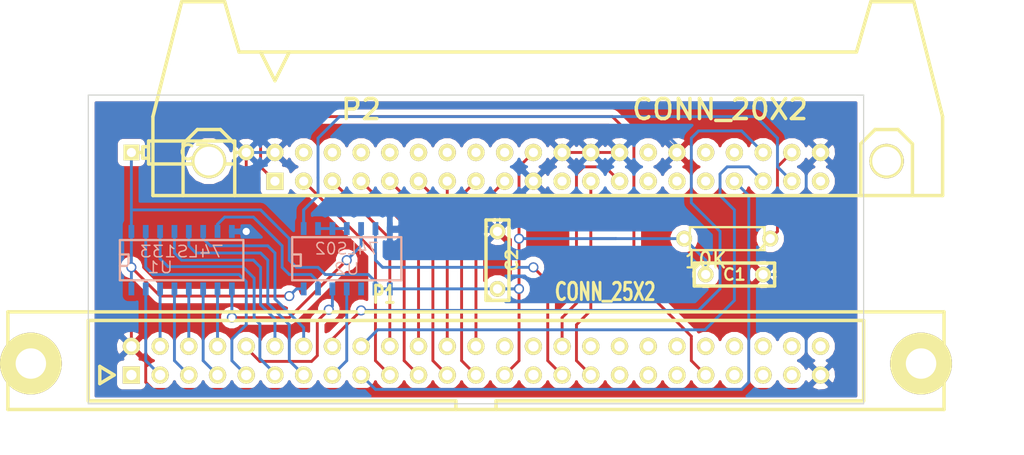
<source format=kicad_pcb>
(kicad_pcb (version 3) (host pcbnew "(2013-07-07 BZR 4022)-stable")

  (general
    (links 57)
    (no_connects 0)
    (area 30.353 47.536099 125.157499 90.012501)
    (thickness 1.6)
    (drawings 7)
    (tracks 256)
    (zones 0)
    (modules 8)
    (nets 36)
  )

  (page A3)
  (layers
    (15 Dessus.Cu signal)
    (0 Dessous.Cu signal)
    (16 Dessous.Adhes user)
    (17 Dessus.Adhes user)
    (18 Dessous.Pate user)
    (19 Dessus.Pate user)
    (20 Dessous.SilkS user)
    (21 Dessus.SilkS user)
    (22 Dessous.Masque user)
    (23 Dessus.Masque user)
    (24 Dessin.User user)
    (25 Cmts.User user)
    (26 Eco1.User user)
    (27 Eco2.User user)
    (28 Contours.Ci user)
  )

  (setup
    (last_trace_width 0.254)
    (trace_clearance 0.254)
    (zone_clearance 0.508)
    (zone_45_only no)
    (trace_min 0.254)
    (segment_width 0.2)
    (edge_width 0.1)
    (via_size 0.889)
    (via_drill 0.635)
    (via_min_size 0.889)
    (via_min_drill 0.508)
    (uvia_size 0.508)
    (uvia_drill 0.127)
    (uvias_allowed no)
    (uvia_min_size 0.508)
    (uvia_min_drill 0.127)
    (pcb_text_width 0.3)
    (pcb_text_size 1.5 1.5)
    (mod_edge_width 0.15)
    (mod_text_size 1 1)
    (mod_text_width 0.15)
    (pad_size 1.5 1.5)
    (pad_drill 0.6)
    (pad_to_mask_clearance 0)
    (aux_axis_origin 0 0)
    (visible_elements 7FFFFFFF)
    (pcbplotparams
      (layerselection 3178497)
      (usegerberextensions true)
      (excludeedgelayer true)
      (linewidth 0.150000)
      (plotframeref false)
      (viasonmask false)
      (mode 1)
      (useauxorigin false)
      (hpglpennumber 1)
      (hpglpenspeed 20)
      (hpglpendiameter 15)
      (hpglpenoverlay 2)
      (psnegative false)
      (psa4output false)
      (plotreference true)
      (plotvalue true)
      (plotothertext true)
      (plotinvisibletext false)
      (padsonsilk false)
      (subtractmaskfromsilk false)
      (outputformat 1)
      (mirror false)
      (drillshape 1)
      (scaleselection 1)
      (outputdirectory ""))
  )

  (net 0 "")
  (net 1 //CE)
  (net 2 //CS0)
  (net 3 //IORQ)
  (net 4 //RD)
  (net 5 //RESET)
  (net 6 //WR)
  (net 7 /A0)
  (net 8 /A1)
  (net 9 /A10)
  (net 10 /A11)
  (net 11 /A12)
  (net 12 /A13)
  (net 13 /A14)
  (net 14 /A15)
  (net 15 /A2)
  (net 16 /A3)
  (net 17 /A37)
  (net 18 /A4)
  (net 19 /A5)
  (net 20 /A6)
  (net 21 /A7)
  (net 22 /A8)
  (net 23 /A9)
  (net 24 /D0)
  (net 25 /D1)
  (net 26 /D2)
  (net 27 /D3)
  (net 28 /D4)
  (net 29 /D5)
  (net 30 /D6)
  (net 31 /D7)
  (net 32 GND)
  (net 33 N-0000029)
  (net 34 N-0000033)
  (net 35 VCC)

  (net_class Default "Ceci est la Netclass par défaut"
    (clearance 0.254)
    (trace_width 0.254)
    (via_dia 0.889)
    (via_drill 0.635)
    (uvia_dia 0.508)
    (uvia_drill 0.127)
    (add_net "")
    (add_net //CE)
    (add_net //CS0)
    (add_net //IORQ)
    (add_net //RD)
    (add_net //RESET)
    (add_net //WR)
    (add_net /A0)
    (add_net /A1)
    (add_net /A10)
    (add_net /A11)
    (add_net /A12)
    (add_net /A13)
    (add_net /A14)
    (add_net /A15)
    (add_net /A2)
    (add_net /A3)
    (add_net /A37)
    (add_net /A4)
    (add_net /A5)
    (add_net /A6)
    (add_net /A7)
    (add_net /A8)
    (add_net /A9)
    (add_net /D0)
    (add_net /D1)
    (add_net /D2)
    (add_net /D3)
    (add_net /D4)
    (add_net /D5)
    (add_net /D6)
    (add_net /D7)
    (add_net GND)
    (add_net N-0000029)
    (add_net N-0000033)
    (add_net VCC)
  )

  (module SO16E (layer Dessous.Cu) (tedit 537A34F8) (tstamp 537A34CB)
    (at 46.6725 70.8025)
    (descr "Module CMS SOJ 16 pins etroit")
    (tags "CMS SOJ")
    (path /537A314D)
    (attr smd)
    (fp_text reference U1 (at -1.905 0.635) (layer Dessous.SilkS)
      (effects (font (size 1.016 1.143) (thickness 0.127)) (justify mirror))
    )
    (fp_text value 74LS133 (at 0 -0.762) (layer Dessous.SilkS)
      (effects (font (size 1.016 1.143) (thickness 0.127)) (justify mirror))
    )
    (fp_line (start -5.461 1.778) (end 5.461 1.778) (layer Dessous.SilkS) (width 0.2032))
    (fp_line (start 5.461 1.778) (end 5.461 -1.778) (layer Dessous.SilkS) (width 0.2032))
    (fp_line (start 5.461 -1.778) (end -5.461 -1.778) (layer Dessous.SilkS) (width 0.2032))
    (fp_line (start -5.461 -1.778) (end -5.461 1.778) (layer Dessous.SilkS) (width 0.2032))
    (fp_line (start -5.461 0.508) (end -4.699 0.508) (layer Dessous.SilkS) (width 0.2032))
    (fp_line (start -4.699 0.508) (end -4.699 -0.508) (layer Dessous.SilkS) (width 0.2032))
    (fp_line (start -4.699 -0.508) (end -5.461 -0.508) (layer Dessous.SilkS) (width 0.2032))
    (pad 1 smd rect (at -4.445 -2.54) (size 0.508 1.143)
      (layers Dessous.Cu Dessous.Pate Dessous.Masque)
      (net 35 VCC)
    )
    (pad 2 smd rect (at -3.175 -2.54) (size 0.508 1.143)
      (layers Dessous.Cu Dessous.Pate Dessous.Masque)
      (net 23 /A9)
    )
    (pad 3 smd rect (at -1.905 -2.54) (size 0.508 1.143)
      (layers Dessous.Cu Dessous.Pate Dessous.Masque)
      (net 21 /A7)
    )
    (pad 4 smd rect (at -0.635 -2.54) (size 0.508 1.143)
      (layers Dessous.Cu Dessous.Pate Dessous.Masque)
      (net 20 /A6)
    )
    (pad 5 smd rect (at 0.635 -2.54) (size 0.508 1.143)
      (layers Dessous.Cu Dessous.Pate Dessous.Masque)
      (net 19 /A5)
    )
    (pad 6 smd rect (at 1.905 -2.54) (size 0.508 1.143)
      (layers Dessous.Cu Dessous.Pate Dessous.Masque)
      (net 18 /A4)
    )
    (pad 7 smd rect (at 3.175 -2.54) (size 0.508 1.143)
      (layers Dessous.Cu Dessous.Pate Dessous.Masque)
      (net 17 /A37)
    )
    (pad 8 smd rect (at 4.445 -2.54) (size 0.508 1.143)
      (layers Dessous.Cu Dessous.Pate Dessous.Masque)
      (net 32 GND)
    )
    (pad 9 smd rect (at 4.445 2.54) (size 0.508 1.143)
      (layers Dessous.Cu Dessous.Pate Dessous.Masque)
      (net 2 //CS0)
    )
    (pad 10 smd rect (at 3.175 2.54) (size 0.508 1.143)
      (layers Dessous.Cu Dessous.Pate Dessous.Masque)
      (net 9 /A10)
    )
    (pad 11 smd rect (at 1.905 2.54) (size 0.508 1.143)
      (layers Dessous.Cu Dessous.Pate Dessous.Masque)
      (net 10 /A11)
    )
    (pad 12 smd rect (at 0.635 2.54) (size 0.508 1.143)
      (layers Dessous.Cu Dessous.Pate Dessous.Masque)
      (net 11 /A12)
    )
    (pad 13 smd rect (at -0.635 2.54) (size 0.508 1.143)
      (layers Dessous.Cu Dessous.Pate Dessous.Masque)
      (net 12 /A13)
    )
    (pad 14 smd rect (at -1.905 2.54) (size 0.508 1.143)
      (layers Dessous.Cu Dessous.Pate Dessous.Masque)
      (net 13 /A14)
    )
    (pad 15 smd rect (at -3.175 2.54) (size 0.508 1.143)
      (layers Dessous.Cu Dessous.Pate Dessous.Masque)
      (net 14 /A15)
    )
    (pad 16 smd rect (at -4.445 2.54) (size 0.508 1.143)
      (layers Dessous.Cu Dessous.Pate Dessous.Masque)
      (net 35 VCC)
    )
    (model smd/cms_so16.wrl
      (at (xyz 0 0 0))
      (scale (xyz 0.5 0.3 0.5))
      (rotate (xyz 0 0 0))
    )
  )

  (module SO14E (layer Dessous.Cu) (tedit 42806FBF) (tstamp 537A34E4)
    (at 61.2775 70.8025)
    (descr "module CMS SOJ 14 pins etroit")
    (tags "CMS SOJ")
    (path /537A315C)
    (attr smd)
    (fp_text reference U2 (at 0 0.762) (layer Dessous.SilkS)
      (effects (font (size 1.016 1.143) (thickness 0.127)) (justify mirror))
    )
    (fp_text value 74LS02 (at 0 -1.016) (layer Dessous.SilkS)
      (effects (font (size 1.016 1.016) (thickness 0.127)) (justify mirror))
    )
    (fp_line (start -4.826 1.778) (end 4.826 1.778) (layer Dessous.SilkS) (width 0.2032))
    (fp_line (start 4.826 1.778) (end 4.826 -2.032) (layer Dessous.SilkS) (width 0.2032))
    (fp_line (start 4.826 -2.032) (end -4.826 -2.032) (layer Dessous.SilkS) (width 0.2032))
    (fp_line (start -4.826 -2.032) (end -4.826 1.778) (layer Dessous.SilkS) (width 0.2032))
    (fp_line (start -4.826 0.508) (end -4.064 0.508) (layer Dessous.SilkS) (width 0.2032))
    (fp_line (start -4.064 0.508) (end -4.064 -0.508) (layer Dessous.SilkS) (width 0.2032))
    (fp_line (start -4.064 -0.508) (end -4.826 -0.508) (layer Dessous.SilkS) (width 0.2032))
    (pad 1 smd rect (at -3.81 -2.794) (size 0.508 1.143)
      (layers Dessous.Cu Dessous.Pate Dessous.Masque)
      (net 1 //CE)
    )
    (pad 2 smd rect (at -2.54 -2.794) (size 0.508 1.143)
      (layers Dessous.Cu Dessous.Pate Dessous.Masque)
      (net 33 N-0000029)
    )
    (pad 3 smd rect (at -1.27 -2.794) (size 0.508 1.143)
      (layers Dessous.Cu Dessous.Pate Dessous.Masque)
      (net 33 N-0000029)
    )
    (pad 4 smd rect (at 0 -2.794) (size 0.508 1.143)
      (layers Dessous.Cu Dessous.Pate Dessous.Masque)
      (net 33 N-0000029)
    )
    (pad 5 smd rect (at 1.27 -2.794) (size 0.508 1.143)
      (layers Dessous.Cu Dessous.Pate Dessous.Masque)
      (net 2 //CS0)
    )
    (pad 6 smd rect (at 2.54 -2.794) (size 0.508 1.143)
      (layers Dessous.Cu Dessous.Pate Dessous.Masque)
      (net 3 //IORQ)
    )
    (pad 7 smd rect (at 3.81 -2.794) (size 0.508 1.143)
      (layers Dessous.Cu Dessous.Pate Dessous.Masque)
      (net 32 GND)
    )
    (pad 8 smd rect (at 3.81 2.54) (size 0.508 1.143)
      (layers Dessous.Cu Dessous.Pate Dessous.Masque)
      (net 35 VCC)
    )
    (pad 9 smd rect (at 2.54 2.54) (size 0.508 1.143)
      (layers Dessous.Cu Dessous.Pate Dessous.Masque)
      (net 35 VCC)
    )
    (pad 10 smd rect (at 1.27 2.54) (size 0.508 1.143)
      (layers Dessous.Cu Dessous.Pate Dessous.Masque)
    )
    (pad 11 smd rect (at 0 2.54) (size 0.508 1.143)
      (layers Dessous.Cu Dessous.Pate Dessous.Masque)
      (net 16 /A3)
    )
    (pad 12 smd rect (at -1.27 2.54) (size 0.508 1.143)
      (layers Dessous.Cu Dessous.Pate Dessous.Masque)
      (net 22 /A8)
    )
    (pad 13 smd rect (at -2.54 2.54) (size 0.508 1.143)
      (layers Dessous.Cu Dessous.Pate Dessous.Masque)
      (net 17 /A37)
    )
    (pad 14 smd rect (at -3.81 2.54) (size 0.508 1.143)
      (layers Dessous.Cu Dessous.Pate Dessous.Masque)
      (net 35 VCC)
    )
    (model smd/cms_so14.wrl
      (at (xyz 0 0 0))
      (scale (xyz 0.5 0.3 0.5))
      (rotate (xyz 0 0 0))
    )
  )

  (module R3 (layer Dessus.Cu) (tedit 537A3E52) (tstamp 537A34F2)
    (at 94.9325 68.8975 180)
    (descr "Resitance 3 pas")
    (tags R)
    (path /537A36A3)
    (autoplace_cost180 10)
    (fp_text reference R1 (at 0 0.127 180) (layer Dessus.SilkS) hide
      (effects (font (size 1.397 1.27) (thickness 0.2032)))
    )
    (fp_text value 10K (at 1.905 -1.905 180) (layer Dessus.SilkS)
      (effects (font (size 1.397 1.27) (thickness 0.2032)))
    )
    (fp_line (start -3.81 0) (end -3.302 0) (layer Dessus.SilkS) (width 0.2032))
    (fp_line (start 3.81 0) (end 3.302 0) (layer Dessus.SilkS) (width 0.2032))
    (fp_line (start 3.302 0) (end 3.302 -1.016) (layer Dessus.SilkS) (width 0.2032))
    (fp_line (start 3.302 -1.016) (end -3.302 -1.016) (layer Dessus.SilkS) (width 0.2032))
    (fp_line (start -3.302 -1.016) (end -3.302 1.016) (layer Dessus.SilkS) (width 0.2032))
    (fp_line (start -3.302 1.016) (end 3.302 1.016) (layer Dessus.SilkS) (width 0.2032))
    (fp_line (start 3.302 1.016) (end 3.302 0) (layer Dessus.SilkS) (width 0.2032))
    (fp_line (start -3.302 -0.508) (end -2.794 -1.016) (layer Dessus.SilkS) (width 0.2032))
    (pad 1 thru_hole circle (at -3.81 0 180) (size 1.397 1.397) (drill 0.8128)
      (layers *.Cu *.Mask Dessus.SilkS)
      (net 34 N-0000033)
    )
    (pad 2 thru_hole circle (at 3.81 0 180) (size 1.397 1.397) (drill 0.8128)
      (layers *.Cu *.Mask Dessus.SilkS)
      (net 35 VCC)
    )
    (model discret/resistor.wrl
      (at (xyz 0 0 0))
      (scale (xyz 0.3 0.3 0.3))
      (rotate (xyz 0 0 0))
    )
  )

  (module HE10_50D (layer Dessus.Cu) (tedit 200000) (tstamp 537A3538)
    (at 72.7075 79.6925)
    (descr "Connecteur HE10 50 contacts droit")
    (tags "CONN HE10")
    (path /4CA8712F)
    (fp_text reference P1 (at -8.128 -5.842) (layer Dessus.SilkS)
      (effects (font (size 1.524 1.016) (thickness 0.3048)))
    )
    (fp_text value CONN_25X2 (at 11.43 -6.096) (layer Dessus.SilkS)
      (effects (font (size 1.524 1.016) (thickness 0.3048)))
    )
    (fp_line (start -32.004 1.27) (end -33.274 0.508) (layer Dessus.SilkS) (width 0.3048))
    (fp_line (start -33.274 0.508) (end -33.274 2.032) (layer Dessus.SilkS) (width 0.3048))
    (fp_line (start -33.274 2.032) (end -32.004 1.27) (layer Dessus.SilkS) (width 0.3048))
    (fp_line (start -41.402 -4.318) (end -41.402 4.318) (layer Dessus.SilkS) (width 0.3048))
    (fp_line (start -41.402 4.318) (end 41.402 4.318) (layer Dessus.SilkS) (width 0.3048))
    (fp_line (start 41.402 4.318) (end 41.402 -4.318) (layer Dessus.SilkS) (width 0.3048))
    (fp_line (start 41.402 -4.318) (end -41.402 -4.318) (layer Dessus.SilkS) (width 0.3048))
    (fp_line (start -1.778 4.318) (end -1.778 3.556) (layer Dessus.SilkS) (width 0.3048))
    (fp_line (start -1.778 3.556) (end -34.29 3.556) (layer Dessus.SilkS) (width 0.3048))
    (fp_line (start -34.29 3.556) (end -34.29 -3.556) (layer Dessus.SilkS) (width 0.3048))
    (fp_line (start -34.29 -3.556) (end 34.29 -3.556) (layer Dessus.SilkS) (width 0.3048))
    (fp_line (start 34.29 -3.556) (end 34.29 3.556) (layer Dessus.SilkS) (width 0.3048))
    (fp_line (start 34.29 3.556) (end 1.778 3.556) (layer Dessus.SilkS) (width 0.3048))
    (fp_line (start 1.778 3.556) (end 1.778 4.318) (layer Dessus.SilkS) (width 0.3048))
    (pad 1 thru_hole rect (at -30.48 1.27) (size 1.524 1.524) (drill 0.9144)
      (layers *.Cu *.Mask Dessus.SilkS)
    )
    (pad 2 thru_hole circle (at -30.48 -1.27) (size 1.524 1.524) (drill 0.9144)
      (layers *.Cu *.Mask Dessus.SilkS)
      (net 32 GND)
    )
    (pad 3 thru_hole circle (at -27.94 1.27) (size 1.524 1.524) (drill 0.9144)
      (layers *.Cu *.Mask Dessus.SilkS)
      (net 14 /A15)
    )
    (pad 4 thru_hole circle (at -27.94 -1.27) (size 1.524 1.524) (drill 0.9144)
      (layers *.Cu *.Mask Dessus.SilkS)
      (net 13 /A14)
    )
    (pad 5 thru_hole circle (at -25.4 1.27) (size 1.524 1.524) (drill 0.9144)
      (layers *.Cu *.Mask Dessus.SilkS)
      (net 12 /A13)
    )
    (pad 6 thru_hole circle (at -25.4 -1.27) (size 1.524 1.524) (drill 0.9144)
      (layers *.Cu *.Mask Dessus.SilkS)
      (net 11 /A12)
    )
    (pad 7 thru_hole circle (at -22.86 1.27) (size 1.524 1.524) (drill 0.9144)
      (layers *.Cu *.Mask Dessus.SilkS)
      (net 10 /A11)
    )
    (pad 8 thru_hole circle (at -22.86 -1.27) (size 1.524 1.524) (drill 0.9144)
      (layers *.Cu *.Mask Dessus.SilkS)
      (net 9 /A10)
    )
    (pad 9 thru_hole circle (at -20.32 1.27) (size 1.524 1.524) (drill 0.9144)
      (layers *.Cu *.Mask Dessus.SilkS)
      (net 23 /A9)
    )
    (pad 10 thru_hole circle (at -20.32 -1.27) (size 1.524 1.524) (drill 0.9144)
      (layers *.Cu *.Mask Dessus.SilkS)
      (net 22 /A8)
    )
    (pad 11 thru_hole circle (at -17.78 1.27) (size 1.524 1.524) (drill 0.9144)
      (layers *.Cu *.Mask Dessus.SilkS)
      (net 21 /A7)
    )
    (pad 12 thru_hole circle (at -17.78 -1.27) (size 1.524 1.524) (drill 0.9144)
      (layers *.Cu *.Mask Dessus.SilkS)
      (net 20 /A6)
    )
    (pad 13 thru_hole circle (at -15.24 1.27) (size 1.524 1.524) (drill 0.9144)
      (layers *.Cu *.Mask Dessus.SilkS)
      (net 19 /A5)
    )
    (pad 14 thru_hole circle (at -15.24 -1.27) (size 1.524 1.524) (drill 0.9144)
      (layers *.Cu *.Mask Dessus.SilkS)
      (net 18 /A4)
    )
    (pad 15 thru_hole circle (at -12.7 1.27) (size 1.524 1.524) (drill 0.9144)
      (layers *.Cu *.Mask Dessus.SilkS)
      (net 16 /A3)
    )
    (pad 16 thru_hole circle (at -12.7 -1.27) (size 1.524 1.524) (drill 0.9144)
      (layers *.Cu *.Mask Dessus.SilkS)
      (net 15 /A2)
    )
    (pad 17 thru_hole circle (at -10.16 1.27) (size 1.524 1.524) (drill 0.9144)
      (layers *.Cu *.Mask Dessus.SilkS)
      (net 8 /A1)
    )
    (pad 18 thru_hole circle (at -10.16 -1.27) (size 1.524 1.524) (drill 0.9144)
      (layers *.Cu *.Mask Dessus.SilkS)
      (net 7 /A0)
    )
    (pad 19 thru_hole circle (at -7.62 1.27) (size 1.524 1.524) (drill 0.9144)
      (layers *.Cu *.Mask Dessus.SilkS)
      (net 31 /D7)
    )
    (pad 20 thru_hole circle (at -7.62 -1.27) (size 1.524 1.524) (drill 0.9144)
      (layers *.Cu *.Mask Dessus.SilkS)
      (net 30 /D6)
    )
    (pad "" thru_hole circle (at -39.37 0.254) (size 5.461 5.461) (drill 2.6924)
      (layers *.Cu *.Mask Dessus.SilkS)
    )
    (pad 21 thru_hole circle (at -5.08 1.27) (size 1.524 1.524) (drill 0.9144)
      (layers *.Cu *.Mask Dessus.SilkS)
      (net 29 /D5)
    )
    (pad 22 thru_hole circle (at -5.08 -1.27) (size 1.524 1.524) (drill 0.9144)
      (layers *.Cu *.Mask Dessus.SilkS)
      (net 28 /D4)
    )
    (pad 23 thru_hole circle (at -2.54 1.27) (size 1.524 1.524) (drill 0.9144)
      (layers *.Cu *.Mask Dessus.SilkS)
      (net 27 /D3)
    )
    (pad 24 thru_hole circle (at -2.54 -1.27) (size 1.524 1.524) (drill 0.9144)
      (layers *.Cu *.Mask Dessus.SilkS)
      (net 26 /D2)
    )
    (pad 25 thru_hole circle (at 0 1.27) (size 1.524 1.524) (drill 0.9144)
      (layers *.Cu *.Mask Dessus.SilkS)
      (net 25 /D1)
    )
    (pad 26 thru_hole circle (at 0 -1.27) (size 1.524 1.524) (drill 0.9144)
      (layers *.Cu *.Mask Dessus.SilkS)
      (net 24 /D0)
    )
    (pad 27 thru_hole circle (at 2.54 1.27) (size 1.524 1.524) (drill 0.9144)
      (layers *.Cu *.Mask Dessus.SilkS)
      (net 35 VCC)
    )
    (pad 28 thru_hole circle (at 2.54 -1.27) (size 1.524 1.524) (drill 0.9144)
      (layers *.Cu *.Mask Dessus.SilkS)
    )
    (pad 29 thru_hole circle (at 5.08 1.27) (size 1.524 1.524) (drill 0.9144)
      (layers *.Cu *.Mask Dessus.SilkS)
    )
    (pad 30 thru_hole circle (at 5.08 -1.27) (size 1.524 1.524) (drill 0.9144)
      (layers *.Cu *.Mask Dessus.SilkS)
    )
    (pad 31 thru_hole circle (at 7.62 1.27) (size 1.524 1.524) (drill 0.9144)
      (layers *.Cu *.Mask Dessus.SilkS)
      (net 3 //IORQ)
    )
    (pad 32 thru_hole circle (at 7.62 -1.27) (size 1.524 1.524) (drill 0.9144)
      (layers *.Cu *.Mask Dessus.SilkS)
      (net 4 //RD)
    )
    (pad 33 thru_hole circle (at 10.16 1.27) (size 1.524 1.524) (drill 0.9144)
      (layers *.Cu *.Mask Dessus.SilkS)
      (net 6 //WR)
    )
    (pad 34 thru_hole circle (at 10.16 -1.27) (size 1.524 1.524) (drill 0.9144)
      (layers *.Cu *.Mask Dessus.SilkS)
    )
    (pad 35 thru_hole circle (at 12.7 1.27) (size 1.524 1.524) (drill 0.9144)
      (layers *.Cu *.Mask Dessus.SilkS)
    )
    (pad 36 thru_hole circle (at 12.7 -1.27) (size 1.524 1.524) (drill 0.9144)
      (layers *.Cu *.Mask Dessus.SilkS)
    )
    (pad 37 thru_hole circle (at 15.24 1.27) (size 1.524 1.524) (drill 0.9144)
      (layers *.Cu *.Mask Dessus.SilkS)
    )
    (pad 38 thru_hole circle (at 15.24 -1.27) (size 1.524 1.524) (drill 0.9144)
      (layers *.Cu *.Mask Dessus.SilkS)
    )
    (pad 39 thru_hole circle (at 17.78 1.27) (size 1.524 1.524) (drill 0.9144)
      (layers *.Cu *.Mask Dessus.SilkS)
    )
    (pad 40 thru_hole circle (at 17.78 -1.27) (size 1.524 1.524) (drill 0.9144)
      (layers *.Cu *.Mask Dessus.SilkS)
    )
    (pad 41 thru_hole circle (at 20.32 1.27) (size 1.524 1.524) (drill 0.9144)
      (layers *.Cu *.Mask Dessus.SilkS)
      (net 5 //RESET)
    )
    (pad 42 thru_hole circle (at 20.32 -1.27) (size 1.524 1.524) (drill 0.9144)
      (layers *.Cu *.Mask Dessus.SilkS)
    )
    (pad 43 thru_hole circle (at 22.86 1.27) (size 1.524 1.524) (drill 0.9144)
      (layers *.Cu *.Mask Dessus.SilkS)
    )
    (pad 44 thru_hole circle (at 22.86 -1.27) (size 1.524 1.524) (drill 0.9144)
      (layers *.Cu *.Mask Dessus.SilkS)
    )
    (pad 45 thru_hole circle (at 25.4 1.27) (size 1.524 1.524) (drill 0.9144)
      (layers *.Cu *.Mask Dessus.SilkS)
    )
    (pad 46 thru_hole circle (at 25.4 -1.27) (size 1.524 1.524) (drill 0.9144)
      (layers *.Cu *.Mask Dessus.SilkS)
    )
    (pad 47 thru_hole circle (at 27.94 1.27) (size 1.524 1.524) (drill 0.9144)
      (layers *.Cu *.Mask Dessus.SilkS)
    )
    (pad 48 thru_hole circle (at 27.94 -1.27) (size 1.524 1.524) (drill 0.9144)
      (layers *.Cu *.Mask Dessus.SilkS)
    )
    (pad 49 thru_hole circle (at 30.48 1.27) (size 1.524 1.524) (drill 0.9144)
      (layers *.Cu *.Mask Dessus.SilkS)
      (net 32 GND)
    )
    (pad 50 thru_hole circle (at 30.48 -1.27) (size 1.524 1.524) (drill 0.9144)
      (layers *.Cu *.Mask Dessus.SilkS)
    )
    (pad "" thru_hole circle (at 39.37 0.254) (size 5.461 5.461) (drill 2.6924)
      (layers *.Cu *.Mask Dessus.SilkS)
    )
  )

  (module he10-40c (layer Dessus.Cu) (tedit 200000) (tstamp 537A357C)
    (at 79.0575 62.5475)
    (descr "Connecteur HE10 40 contacts couche")
    (tags "CONN HE10")
    (path /537A337A)
    (fp_text reference P2 (at -16.51 -5.08) (layer Dessus.SilkS)
      (effects (font (size 1.778 1.778) (thickness 0.3048)))
    )
    (fp_text value CONN_20X2 (at 15.24 -5.08) (layer Dessus.SilkS)
      (effects (font (size 1.778 1.778) (thickness 0.3048)))
    )
    (fp_line (start 32.258 -2.032) (end 32.258 2.54) (layer Dessus.SilkS) (width 0.3048))
    (fp_line (start 27.686 -2.032) (end 28.956 -3.302) (layer Dessus.SilkS) (width 0.3048))
    (fp_line (start 28.956 -3.302) (end 30.988 -3.302) (layer Dessus.SilkS) (width 0.3048))
    (fp_line (start 30.988 -3.302) (end 32.258 -2.032) (layer Dessus.SilkS) (width 0.3048))
    (fp_line (start -32.258 -2.032) (end -30.988 -3.302) (layer Dessus.SilkS) (width 0.3048))
    (fp_line (start -30.988 -3.302) (end -28.956 -3.302) (layer Dessus.SilkS) (width 0.3048))
    (fp_line (start -28.956 -3.302) (end -27.686 -2.032) (layer Dessus.SilkS) (width 0.3048))
    (fp_line (start -34.925 2.54) (end 34.925 2.54) (layer Dessus.SilkS) (width 0.3048))
    (fp_line (start 34.925 2.54) (end 34.925 -4.445) (layer Dessus.SilkS) (width 0.3048))
    (fp_line (start 34.925 -4.445) (end 32.385 -14.605) (layer Dessus.SilkS) (width 0.3048))
    (fp_line (start -32.385 -14.605) (end -34.925 -4.445) (layer Dessus.SilkS) (width 0.3048))
    (fp_line (start -34.925 -4.445) (end -34.925 2.54) (layer Dessus.SilkS) (width 0.3048))
    (fp_line (start -32.258 2.54) (end -32.258 -2.032) (layer Dessus.SilkS) (width 0.3048))
    (fp_line (start -27.686 -2.032) (end -27.686 2.54) (layer Dessus.SilkS) (width 0.3048))
    (fp_line (start 27.686 2.54) (end 27.686 -2.032) (layer Dessus.SilkS) (width 0.3048))
    (fp_line (start -25.4 -10.16) (end -24.13 -7.62) (layer Dessus.SilkS) (width 0.3048))
    (fp_line (start -24.13 -7.62) (end -22.86 -10.16) (layer Dessus.SilkS) (width 0.3048))
    (fp_line (start 27.305 -10.16) (end -27.305 -10.16) (layer Dessus.SilkS) (width 0.3048))
    (fp_line (start -32.385 -14.605) (end -28.575 -14.605) (layer Dessus.SilkS) (width 0.3048))
    (fp_line (start -28.575 -14.605) (end -27.305 -10.16) (layer Dessus.SilkS) (width 0.3048))
    (fp_line (start 32.385 -14.605) (end 28.575 -14.605) (layer Dessus.SilkS) (width 0.3048))
    (fp_line (start 28.575 -14.605) (end 27.305 -10.16) (layer Dessus.SilkS) (width 0.3048))
    (pad 0 thru_hole circle (at -29.972 -0.508) (size 3.048 3.048) (drill 2.54)
      (layers *.Cu *.Mask Dessus.SilkS)
    )
    (pad 0 thru_hole circle (at 29.972 -0.508) (size 3.048 3.048) (drill 2.54)
      (layers *.Cu *.Mask Dessus.SilkS)
    )
    (pad 1 thru_hole rect (at -24.13 1.27) (size 1.524 1.524) (drill 0.8128)
      (layers *.Cu *.Mask Dessus.SilkS)
      (net 5 //RESET)
    )
    (pad 2 thru_hole circle (at -24.13 -1.27) (size 1.524 1.524) (drill 0.8128)
      (layers *.Cu *.Mask Dessus.SilkS)
      (net 32 GND)
    )
    (pad 3 thru_hole circle (at -21.59 1.27) (size 1.524 1.524) (drill 0.8128)
      (layers *.Cu *.Mask Dessus.SilkS)
      (net 31 /D7)
    )
    (pad 4 thru_hole circle (at -21.59 -1.27) (size 1.524 1.524) (drill 0.8128)
      (layers *.Cu *.Mask Dessus.SilkS)
    )
    (pad 5 thru_hole circle (at -19.05 1.27) (size 1.524 1.524) (drill 0.8128)
      (layers *.Cu *.Mask Dessus.SilkS)
      (net 30 /D6)
    )
    (pad 6 thru_hole circle (at -19.05 -1.27) (size 1.524 1.524) (drill 0.8128)
      (layers *.Cu *.Mask Dessus.SilkS)
    )
    (pad 7 thru_hole circle (at -16.51 1.27) (size 1.524 1.524) (drill 0.8128)
      (layers *.Cu *.Mask Dessus.SilkS)
      (net 29 /D5)
    )
    (pad 8 thru_hole circle (at -16.51 -1.27) (size 1.524 1.524) (drill 0.8128)
      (layers *.Cu *.Mask Dessus.SilkS)
    )
    (pad 9 thru_hole circle (at -13.97 1.27) (size 1.524 1.524) (drill 0.8128)
      (layers *.Cu *.Mask Dessus.SilkS)
      (net 28 /D4)
    )
    (pad 10 thru_hole circle (at -13.97 -1.27) (size 1.524 1.524) (drill 0.8128)
      (layers *.Cu *.Mask Dessus.SilkS)
    )
    (pad 11 thru_hole circle (at -11.43 1.27) (size 1.524 1.524) (drill 0.8128)
      (layers *.Cu *.Mask Dessus.SilkS)
      (net 27 /D3)
    )
    (pad 12 thru_hole circle (at -11.43 -1.27) (size 1.524 1.524) (drill 0.8128)
      (layers *.Cu *.Mask Dessus.SilkS)
    )
    (pad 13 thru_hole circle (at -8.89 1.27) (size 1.524 1.524) (drill 0.8128)
      (layers *.Cu *.Mask Dessus.SilkS)
      (net 26 /D2)
    )
    (pad 14 thru_hole circle (at -8.89 -1.27) (size 1.524 1.524) (drill 0.8128)
      (layers *.Cu *.Mask Dessus.SilkS)
    )
    (pad 15 thru_hole circle (at -6.35 1.27) (size 1.524 1.524) (drill 0.8128)
      (layers *.Cu *.Mask Dessus.SilkS)
      (net 25 /D1)
    )
    (pad 16 thru_hole circle (at -6.35 -1.27) (size 1.524 1.524) (drill 0.8128)
      (layers *.Cu *.Mask Dessus.SilkS)
    )
    (pad 17 thru_hole circle (at -3.81 1.27) (size 1.524 1.524) (drill 0.8128)
      (layers *.Cu *.Mask Dessus.SilkS)
      (net 24 /D0)
    )
    (pad 18 thru_hole circle (at -3.81 -1.27) (size 1.524 1.524) (drill 0.8128)
      (layers *.Cu *.Mask Dessus.SilkS)
    )
    (pad 19 thru_hole circle (at -1.27 1.27) (size 1.524 1.524) (drill 0.8128)
      (layers *.Cu *.Mask Dessus.SilkS)
      (net 32 GND)
    )
    (pad 20 thru_hole circle (at -1.27 -1.27) (size 1.524 1.524) (drill 0.8128)
      (layers *.Cu *.Mask Dessus.SilkS)
      (net 35 VCC)
    )
    (pad 21 thru_hole circle (at 1.27 1.27) (size 1.524 1.524) (drill 0.8128)
      (layers *.Cu *.Mask Dessus.SilkS)
    )
    (pad 22 thru_hole circle (at 1.27 -1.27) (size 1.524 1.524) (drill 0.8128)
      (layers *.Cu *.Mask Dessus.SilkS)
      (net 32 GND)
    )
    (pad 23 thru_hole circle (at 3.81 1.27) (size 1.524 1.524) (drill 0.8128)
      (layers *.Cu *.Mask Dessus.SilkS)
      (net 6 //WR)
    )
    (pad 24 thru_hole circle (at 3.81 -1.27) (size 1.524 1.524) (drill 0.8128)
      (layers *.Cu *.Mask Dessus.SilkS)
      (net 32 GND)
    )
    (pad 25 thru_hole circle (at 6.35 1.27) (size 1.524 1.524) (drill 0.8128)
      (layers *.Cu *.Mask Dessus.SilkS)
      (net 4 //RD)
    )
    (pad 26 thru_hole circle (at 6.35 -1.27) (size 1.524 1.524) (drill 0.8128)
      (layers *.Cu *.Mask Dessus.SilkS)
      (net 32 GND)
    )
    (pad 27 thru_hole circle (at 8.89 1.27) (size 1.524 1.524) (drill 0.8128)
      (layers *.Cu *.Mask Dessus.SilkS)
    )
    (pad 28 thru_hole circle (at 8.89 -1.27) (size 1.524 1.524) (drill 0.8128)
      (layers *.Cu *.Mask Dessus.SilkS)
    )
    (pad 29 thru_hole circle (at 11.43 1.27) (size 1.524 1.524) (drill 0.8128)
      (layers *.Cu *.Mask Dessus.SilkS)
    )
    (pad 30 thru_hole circle (at 11.43 -1.27) (size 1.524 1.524) (drill 0.8128)
      (layers *.Cu *.Mask Dessus.SilkS)
      (net 32 GND)
    )
    (pad 31 thru_hole circle (at 13.97 1.27) (size 1.524 1.524) (drill 0.8128)
      (layers *.Cu *.Mask Dessus.SilkS)
    )
    (pad 32 thru_hole circle (at 13.97 -1.27) (size 1.524 1.524) (drill 0.8128)
      (layers *.Cu *.Mask Dessus.SilkS)
    )
    (pad 33 thru_hole circle (at 16.51 1.27) (size 1.524 1.524) (drill 0.8128)
      (layers *.Cu *.Mask Dessus.SilkS)
      (net 8 /A1)
    )
    (pad 34 thru_hole circle (at 16.51 -1.27) (size 1.524 1.524) (drill 0.8128)
      (layers *.Cu *.Mask Dessus.SilkS)
    )
    (pad 35 thru_hole circle (at 19.05 1.27) (size 1.524 1.524) (drill 0.8128)
      (layers *.Cu *.Mask Dessus.SilkS)
      (net 7 /A0)
    )
    (pad 36 thru_hole circle (at 19.05 -1.27) (size 1.524 1.524) (drill 0.8128)
      (layers *.Cu *.Mask Dessus.SilkS)
      (net 15 /A2)
    )
    (pad 37 thru_hole circle (at 21.59 1.27) (size 1.524 1.524) (drill 0.8128)
      (layers *.Cu *.Mask Dessus.SilkS)
      (net 1 //CE)
    )
    (pad 38 thru_hole circle (at 21.59 -1.27) (size 1.524 1.524) (drill 0.8128)
      (layers *.Cu *.Mask Dessus.SilkS)
      (net 34 N-0000033)
    )
    (pad 39 thru_hole circle (at 24.13 1.27) (size 1.524 1.524) (drill 0.8128)
      (layers *.Cu *.Mask Dessus.SilkS)
    )
    (pad 40 thru_hole circle (at 24.13 -1.27) (size 1.524 1.524) (drill 0.8128)
      (layers *.Cu *.Mask Dessus.SilkS)
      (net 32 GND)
    )
  )

  (module CP4 (layer Dessus.Cu) (tedit 200000) (tstamp 537A358C)
    (at 47.3075 61.2775)
    (descr "Condensateur polarise")
    (tags CP)
    (path /537A3726)
    (fp_text reference C3 (at 0.508 0) (layer Dessus.SilkS)
      (effects (font (size 1.27 1.397) (thickness 0.254)))
    )
    (fp_text value CP (at 0.508 0) (layer Dessus.SilkS) hide
      (effects (font (size 1.27 1.143) (thickness 0.254)))
    )
    (fp_line (start 5.08 0) (end 4.064 0) (layer Dessus.SilkS) (width 0.3048))
    (fp_line (start 4.064 0) (end 4.064 1.016) (layer Dessus.SilkS) (width 0.3048))
    (fp_line (start 4.064 1.016) (end -3.556 1.016) (layer Dessus.SilkS) (width 0.3048))
    (fp_line (start -3.556 1.016) (end -3.556 -1.016) (layer Dessus.SilkS) (width 0.3048))
    (fp_line (start -3.556 -1.016) (end 4.064 -1.016) (layer Dessus.SilkS) (width 0.3048))
    (fp_line (start 4.064 -1.016) (end 4.064 0) (layer Dessus.SilkS) (width 0.3048))
    (fp_line (start -5.08 0) (end -4.064 0) (layer Dessus.SilkS) (width 0.3048))
    (fp_line (start -3.556 0.508) (end -4.064 0.508) (layer Dessus.SilkS) (width 0.3048))
    (fp_line (start -4.064 0.508) (end -4.064 -0.508) (layer Dessus.SilkS) (width 0.3048))
    (fp_line (start -4.064 -0.508) (end -3.556 -0.508) (layer Dessus.SilkS) (width 0.3048))
    (pad 1 thru_hole rect (at -5.08 0) (size 1.397 1.397) (drill 0.8128)
      (layers *.Cu *.Mask Dessus.SilkS)
      (net 35 VCC)
    )
    (pad 2 thru_hole circle (at 5.08 0) (size 1.397 1.397) (drill 0.8128)
      (layers *.Cu *.Mask Dessus.SilkS)
      (net 32 GND)
    )
    (model discret/c_pol.wrl
      (at (xyz 0 0 0))
      (scale (xyz 0.4 0.4 0.4))
      (rotate (xyz 0 0 0))
    )
  )

  (module C2 (layer Dessus.Cu) (tedit 200000) (tstamp 537A3597)
    (at 95.5675 72.0725)
    (descr "Condensateur = 2 pas")
    (tags C)
    (path /537A3711)
    (fp_text reference C1 (at 0 0) (layer Dessus.SilkS)
      (effects (font (size 1.016 1.016) (thickness 0.2032)))
    )
    (fp_text value C (at 0 0) (layer Dessus.SilkS) hide
      (effects (font (size 1.016 1.016) (thickness 0.2032)))
    )
    (fp_line (start -3.556 -1.016) (end 3.556 -1.016) (layer Dessus.SilkS) (width 0.3048))
    (fp_line (start 3.556 -1.016) (end 3.556 1.016) (layer Dessus.SilkS) (width 0.3048))
    (fp_line (start 3.556 1.016) (end -3.556 1.016) (layer Dessus.SilkS) (width 0.3048))
    (fp_line (start -3.556 1.016) (end -3.556 -1.016) (layer Dessus.SilkS) (width 0.3048))
    (fp_line (start -3.556 -0.508) (end -3.048 -1.016) (layer Dessus.SilkS) (width 0.3048))
    (pad 1 thru_hole circle (at -2.54 0) (size 1.397 1.397) (drill 0.8128)
      (layers *.Cu *.Mask Dessus.SilkS)
      (net 35 VCC)
    )
    (pad 2 thru_hole circle (at 2.54 0) (size 1.397 1.397) (drill 0.8128)
      (layers *.Cu *.Mask Dessus.SilkS)
      (net 32 GND)
    )
    (model discret/capa_2pas_5x5mm.wrl
      (at (xyz 0 0 0))
      (scale (xyz 1 1 1))
      (rotate (xyz 0 0 0))
    )
  )

  (module C2 (layer Dessus.Cu) (tedit 537A3ED0) (tstamp 537A35A2)
    (at 74.6125 70.8025 90)
    (descr "Condensateur = 2 pas")
    (tags C)
    (path /537A371E)
    (fp_text reference C2 (at 0 1.27 90) (layer Dessus.SilkS)
      (effects (font (size 1.016 1.016) (thickness 0.2032)))
    )
    (fp_text value C (at 0 0 90) (layer Dessus.SilkS) hide
      (effects (font (size 1.016 1.016) (thickness 0.2032)))
    )
    (fp_line (start -3.556 -1.016) (end 3.556 -1.016) (layer Dessus.SilkS) (width 0.3048))
    (fp_line (start 3.556 -1.016) (end 3.556 1.016) (layer Dessus.SilkS) (width 0.3048))
    (fp_line (start 3.556 1.016) (end -3.556 1.016) (layer Dessus.SilkS) (width 0.3048))
    (fp_line (start -3.556 1.016) (end -3.556 -1.016) (layer Dessus.SilkS) (width 0.3048))
    (fp_line (start -3.556 -0.508) (end -3.048 -1.016) (layer Dessus.SilkS) (width 0.3048))
    (pad 1 thru_hole circle (at -2.54 0 90) (size 1.397 1.397) (drill 0.8128)
      (layers *.Cu *.Mask Dessus.SilkS)
      (net 35 VCC)
    )
    (pad 2 thru_hole circle (at 2.54 0 90) (size 1.397 1.397) (drill 0.8128)
      (layers *.Cu *.Mask Dessus.SilkS)
      (net 32 GND)
    )
    (model discret/capa_2pas_5x5mm.wrl
      (at (xyz 0 0 0))
      (scale (xyz 1 1 1))
      (rotate (xyz 0 0 0))
    )
  )

  (dimension 68.58 (width 0.3) (layer Cmts.User)
    (gr_text "68,580 mm" (at 72.7075 88.6625) (layer Cmts.User)
      (effects (font (size 1.5 1.5) (thickness 0.3)))
    )
    (feature1 (pts (xy 38.4175 83.5025) (xy 38.4175 90.0125)))
    (feature2 (pts (xy 106.9975 83.5025) (xy 106.9975 90.0125)))
    (crossbar (pts (xy 106.9975 87.3125) (xy 38.4175 87.3125)))
    (arrow1a (pts (xy 38.4175 87.3125) (xy 39.544003 86.72608)))
    (arrow1b (pts (xy 38.4175 87.3125) (xy 39.544003 87.89892)))
    (arrow2a (pts (xy 106.9975 87.3125) (xy 105.870997 86.72608)))
    (arrow2b (pts (xy 106.9975 87.3125) (xy 105.870997 87.89892)))
  )
  (dimension 27.305 (width 0.3) (layer Cmts.User)
    (gr_text "27,305 mm" (at 118.507499 69.85 90) (layer Cmts.User)
      (effects (font (size 1.5 1.5) (thickness 0.3)))
    )
    (feature1 (pts (xy 106.9975 56.1975) (xy 119.857499 56.1975)))
    (feature2 (pts (xy 106.9975 83.5025) (xy 119.857499 83.5025)))
    (crossbar (pts (xy 117.157499 83.5025) (xy 117.157499 56.1975)))
    (arrow1a (pts (xy 117.157499 56.1975) (xy 117.743919 57.324003)))
    (arrow1b (pts (xy 117.157499 56.1975) (xy 116.571079 57.324003)))
    (arrow2a (pts (xy 117.157499 83.5025) (xy 117.743919 82.375997)))
    (arrow2b (pts (xy 117.157499 83.5025) (xy 116.571079 82.375997)))
  )
  (gr_line (start 106.9975 56.1975) (end 106.3625 56.1975) (angle 90) (layer Contours.Ci) (width 0.1))
  (gr_line (start 38.4175 56.1975) (end 106.9975 56.1975) (angle 90) (layer Contours.Ci) (width 0.1))
  (gr_line (start 38.4175 83.5025) (end 38.4175 56.1975) (angle 90) (layer Contours.Ci) (width 0.1))
  (gr_line (start 106.9975 83.5025) (end 106.9975 56.1975) (angle 90) (layer Contours.Ci) (width 0.1))
  (gr_line (start 38.4175 83.5025) (end 106.9975 83.5025) (angle 90) (layer Contours.Ci) (width 0.1))

  (segment (start 58.7375 63.5) (end 58.7375 65.0875) (width 0.254) (layer Dessous.Cu) (net 1))
  (segment (start 58.7375 65.0875) (end 57.785 66.04) (width 0.254) (layer Dessous.Cu) (net 1) (tstamp 537A40EC))
  (segment (start 57.785 66.04) (end 57.4675 66.3575) (width 0.254) (layer Dessous.Cu) (net 1) (tstamp 537A40EF))
  (segment (start 57.4675 66.3575) (end 57.4675 68.0085) (width 0.254) (layer Dessous.Cu) (net 1) (tstamp 537A40E3))
  (segment (start 90.4875 58.1025) (end 60.6425 58.1025) (width 0.254) (layer Dessous.Cu) (net 1))
  (segment (start 58.7375 60.0075) (end 58.7375 63.5) (width 0.254) (layer Dessous.Cu) (net 1) (tstamp 537A3D7D))
  (segment (start 60.6425 58.1025) (end 58.7375 60.0075) (width 0.254) (layer Dessous.Cu) (net 1) (tstamp 537A3D79))
  (segment (start 57.4675 68.0085) (end 57.4675 66.3575) (width 0.254) (layer Dessous.Cu) (net 1))
  (segment (start 99.3775 62.5475) (end 100.6475 63.8175) (width 0.254) (layer Dessous.Cu) (net 1) (tstamp 537A3C09))
  (segment (start 99.3775 60.0075) (end 99.3775 62.5475) (width 0.254) (layer Dessous.Cu) (net 1) (tstamp 537A3C07))
  (segment (start 97.4725 58.1025) (end 99.3775 60.0075) (width 0.254) (layer Dessous.Cu) (net 1) (tstamp 537A3C05))
  (segment (start 90.4875 58.1025) (end 97.4725 58.1025) (width 0.254) (layer Dessous.Cu) (net 1) (tstamp 537A3C01))
  (segment (start 62.5475 68.0085) (end 62.5475 69.5325) (width 0.254) (layer Dessous.Cu) (net 2))
  (segment (start 51.1175 75.8825) (end 51.1175 73.3425) (width 0.254) (layer Dessous.Cu) (net 2) (tstamp 537A3B46))
  (via (at 51.1175 75.8825) (size 0.889) (layers Dessus.Cu Dessous.Cu) (net 2))
  (segment (start 56.1975 75.8825) (end 51.1175 75.8825) (width 0.254) (layer Dessus.Cu) (net 2) (tstamp 537A3B41))
  (segment (start 61.2775 70.8025) (end 56.1975 75.8825) (width 0.254) (layer Dessus.Cu) (net 2) (tstamp 537A3B40))
  (via (at 61.2775 70.8025) (size 0.889) (layers Dessus.Cu Dessous.Cu) (net 2))
  (segment (start 62.5475 69.5325) (end 61.2775 70.8025) (width 0.254) (layer Dessous.Cu) (net 2) (tstamp 537A3B34))
  (segment (start 80.3275 80.9625) (end 79.0575 79.6925) (width 0.254) (layer Dessus.Cu) (net 3))
  (segment (start 63.8175 70.8025) (end 63.8175 68.0085) (width 0.254) (layer Dessous.Cu) (net 3) (tstamp 537A3CA4))
  (segment (start 64.4525 71.4375) (end 63.8175 70.8025) (width 0.254) (layer Dessous.Cu) (net 3) (tstamp 537A3CA3))
  (segment (start 77.7875 71.4375) (end 64.4525 71.4375) (width 0.254) (layer Dessous.Cu) (net 3) (tstamp 537A3CA2))
  (via (at 77.7875 71.4375) (size 0.889) (layers Dessus.Cu Dessous.Cu) (net 3))
  (segment (start 79.0575 72.7075) (end 77.7875 71.4375) (width 0.254) (layer Dessus.Cu) (net 3) (tstamp 537A3C9C))
  (segment (start 79.0575 79.6925) (end 79.0575 72.7075) (width 0.254) (layer Dessus.Cu) (net 3) (tstamp 537A3C9B))
  (segment (start 80.3275 78.4225) (end 80.3275 75.8825) (width 0.254) (layer Dessus.Cu) (net 4))
  (segment (start 84.1375 62.5475) (end 85.4075 63.8175) (width 0.254) (layer Dessus.Cu) (net 4) (tstamp 537A3974))
  (segment (start 82.2325 62.5475) (end 84.1375 62.5475) (width 0.254) (layer Dessus.Cu) (net 4) (tstamp 537A3973))
  (segment (start 81.5975 63.1825) (end 82.2325 62.5475) (width 0.254) (layer Dessus.Cu) (net 4) (tstamp 537A3972))
  (segment (start 81.5975 74.6125) (end 81.5975 63.1825) (width 0.254) (layer Dessus.Cu) (net 4) (tstamp 537A3970))
  (segment (start 80.3275 75.8825) (end 81.5975 74.6125) (width 0.254) (layer Dessus.Cu) (net 4) (tstamp 537A396E))
  (segment (start 91.7575 77.7875) (end 91.7575 77.5335) (width 0.254) (layer Dessus.Cu) (net 5))
  (segment (start 86.6775 60.0075) (end 84.7725 58.1025) (width 0.254) (layer Dessus.Cu) (net 5) (tstamp 537A3E0D))
  (segment (start 86.6775 72.4535) (end 86.6775 60.0075) (width 0.254) (layer Dessus.Cu) (net 5) (tstamp 537A3E0B))
  (segment (start 91.7575 77.5335) (end 86.6775 72.4535) (width 0.254) (layer Dessus.Cu) (net 5) (tstamp 537A3E09))
  (segment (start 54.9275 63.8175) (end 53.6575 62.5475) (width 0.254) (layer Dessus.Cu) (net 5))
  (segment (start 55.5625 58.1025) (end 57.4675 58.1025) (width 0.254) (layer Dessus.Cu) (net 5) (tstamp 537A3DA0))
  (segment (start 53.6575 60.0075) (end 55.5625 58.1025) (width 0.254) (layer Dessus.Cu) (net 5) (tstamp 537A3D9D))
  (segment (start 53.6575 62.5475) (end 53.6575 60.0075) (width 0.254) (layer Dessus.Cu) (net 5) (tstamp 537A3D9C))
  (segment (start 93.0275 80.9625) (end 91.7575 79.6925) (width 0.254) (layer Dessus.Cu) (net 5))
  (segment (start 84.7725 58.1025) (end 57.4675 58.1025) (width 0.254) (layer Dessus.Cu) (net 5) (tstamp 537A3E11))
  (segment (start 91.7575 79.6925) (end 91.7575 77.7875) (width 0.254) (layer Dessus.Cu) (net 5) (tstamp 537A3C1D))
  (segment (start 82.8675 63.8175) (end 82.8675 75.2475) (width 0.254) (layer Dessus.Cu) (net 6))
  (segment (start 81.5975 79.6925) (end 82.8675 80.9625) (width 0.254) (layer Dessus.Cu) (net 6) (tstamp 537A396A))
  (segment (start 81.5975 76.5175) (end 81.5975 79.6925) (width 0.254) (layer Dessus.Cu) (net 6) (tstamp 537A3968))
  (segment (start 82.8675 75.2475) (end 81.5975 76.5175) (width 0.254) (layer Dessus.Cu) (net 6) (tstamp 537A3966))
  (segment (start 62.5475 78.4225) (end 64.008 76.962) (width 0.254) (layer Dessous.Cu) (net 7) (status 400000))
  (segment (start 92.964 76.962) (end 95.5675 74.3585) (width 0.254) (layer Dessous.Cu) (net 7) (tstamp 537A5829))
  (segment (start 64.008 76.962) (end 92.964 76.962) (width 0.254) (layer Dessous.Cu) (net 7) (tstamp 537A5827))
  (segment (start 94.2975 65.0875) (end 95.5675 66.3575) (width 0.254) (layer Dessous.Cu) (net 7))
  (segment (start 95.5675 66.3575) (end 95.5675 74.3585) (width 0.254) (layer Dessous.Cu) (net 7) (tstamp 537A3E81))
  (segment (start 96.8375 62.5475) (end 98.1075 63.8175) (width 0.254) (layer Dessous.Cu) (net 7) (tstamp 537A3BB1))
  (segment (start 94.9325 62.5475) (end 96.8375 62.5475) (width 0.254) (layer Dessous.Cu) (net 7) (tstamp 537A3BB0))
  (segment (start 94.2975 63.1825) (end 94.9325 62.5475) (width 0.254) (layer Dessous.Cu) (net 7) (tstamp 537A3BAF))
  (segment (start 94.2975 65.0875) (end 94.2975 63.1825) (width 0.254) (layer Dessous.Cu) (net 7) (tstamp 537A3E7F))
  (segment (start 95.5675 63.8175) (end 96.8375 65.0875) (width 0.254) (layer Dessous.Cu) (net 8))
  (segment (start 96.2025 82.2325) (end 93.6625 82.2325) (width 0.254) (layer Dessous.Cu) (net 8) (tstamp 537A3B99))
  (segment (start 96.8375 81.5975) (end 96.2025 82.2325) (width 0.254) (layer Dessous.Cu) (net 8) (tstamp 537A3B98))
  (segment (start 96.8375 65.0875) (end 96.8375 81.5975) (width 0.254) (layer Dessous.Cu) (net 8) (tstamp 537A3B96))
  (segment (start 62.5475 80.9625) (end 63.8175 82.2325) (width 0.254) (layer Dessous.Cu) (net 8))
  (segment (start 63.8175 82.2325) (end 93.6625 82.2325) (width 0.254) (layer Dessous.Cu) (net 8) (tstamp 537A3B89))
  (segment (start 49.8475 78.4225) (end 49.8475 73.3425) (width 0.254) (layer Dessous.Cu) (net 9))
  (segment (start 49.8475 80.9625) (end 48.5775 79.6925) (width 0.254) (layer Dessous.Cu) (net 10))
  (segment (start 48.5775 79.6925) (end 48.5775 73.3425) (width 0.254) (layer Dessous.Cu) (net 10) (tstamp 537A3752))
  (segment (start 47.3075 78.4225) (end 47.3075 73.3425) (width 0.254) (layer Dessous.Cu) (net 11))
  (segment (start 47.3075 80.9625) (end 46.0375 79.6925) (width 0.254) (layer Dessous.Cu) (net 12))
  (segment (start 46.0375 79.6925) (end 46.0375 73.3425) (width 0.254) (layer Dessous.Cu) (net 12) (tstamp 537A374D))
  (segment (start 44.7675 78.4225) (end 44.7675 73.3425) (width 0.254) (layer Dessous.Cu) (net 13))
  (segment (start 44.7675 80.9625) (end 43.4975 79.6925) (width 0.254) (layer Dessous.Cu) (net 14))
  (segment (start 43.4975 79.6925) (end 43.4975 73.3425) (width 0.254) (layer Dessous.Cu) (net 14) (tstamp 537A3748))
  (segment (start 80.518 75.2475) (end 92.3925 75.2475) (width 0.254) (layer Dessous.Cu) (net 15))
  (segment (start 92.3925 75.2475) (end 93.218 74.422) (width 0.254) (layer Dessous.Cu) (net 15) (tstamp 537A5855))
  (segment (start 69.85 75.2475) (end 80.518 75.2475) (width 0.254) (layer Dessous.Cu) (net 15))
  (segment (start 80.518 75.2475) (end 82.2325 75.2475) (width 0.254) (layer Dessous.Cu) (net 15) (tstamp 537A5853))
  (segment (start 91.7575 65.7225) (end 94.2975 68.2625) (width 0.254) (layer Dessous.Cu) (net 15))
  (segment (start 94.2975 73.3425) (end 93.218 74.422) (width 0.254) (layer Dessous.Cu) (net 15) (tstamp 537A3E91))
  (segment (start 94.2975 68.2625) (end 94.2975 73.3425) (width 0.254) (layer Dessous.Cu) (net 15) (tstamp 537A3E90))
  (segment (start 96.2025 59.3725) (end 98.1075 61.2775) (width 0.254) (layer Dessous.Cu) (net 15) (tstamp 537A3BF0))
  (segment (start 92.3925 59.3725) (end 96.2025 59.3725) (width 0.254) (layer Dessous.Cu) (net 15) (tstamp 537A3BEF))
  (segment (start 91.7575 60.0075) (end 92.3925 59.3725) (width 0.254) (layer Dessous.Cu) (net 15) (tstamp 537A3BEE))
  (segment (start 91.7575 65.7225) (end 91.7575 60.0075) (width 0.254) (layer Dessous.Cu) (net 15) (tstamp 537A3BEC))
  (segment (start 93.218 74.422) (end 92.5195 75.1205) (width 0.254) (layer Dessous.Cu) (net 15) (tstamp 537A5858) (status 2))
  (segment (start 60.0075 78.4225) (end 60.0075 77.7875) (width 0.254) (layer Dessus.Cu) (net 15))
  (segment (start 62.5475 75.2475) (end 69.85 75.2475) (width 0.254) (layer Dessous.Cu) (net 15) (tstamp 537A3BE3))
  (via (at 62.5475 75.2475) (size 0.889) (layers Dessus.Cu Dessous.Cu) (net 15))
  (segment (start 60.0075 77.7875) (end 62.5475 75.2475) (width 0.254) (layer Dessus.Cu) (net 15) (tstamp 537A3BDF))
  (segment (start 60.0075 80.9625) (end 61.2775 79.6925) (width 0.254) (layer Dessous.Cu) (net 16))
  (segment (start 61.2775 79.6925) (end 61.2775 73.3425) (width 0.254) (layer Dessous.Cu) (net 16) (tstamp 537A3B2F))
  (segment (start 58.1025 72.0725) (end 56.1975 72.0725) (width 0.254) (layer Dessous.Cu) (net 17))
  (segment (start 55.5625 71.4375) (end 55.5625 69.5325) (width 0.254) (layer Dessous.Cu) (net 17) (tstamp 537A3D47))
  (segment (start 56.1975 72.0725) (end 55.5625 71.4375) (width 0.254) (layer Dessous.Cu) (net 17) (tstamp 537A3D46))
  (segment (start 58.7375 73.3425) (end 58.7375 72.7075) (width 0.254) (layer Dessous.Cu) (net 17))
  (segment (start 49.8475 67.6275) (end 49.8475 68.2625) (width 0.254) (layer Dessous.Cu) (net 17) (tstamp 537A3AD3))
  (segment (start 50.4825 66.9925) (end 49.8475 67.6275) (width 0.254) (layer Dessous.Cu) (net 17) (tstamp 537A3AD2))
  (segment (start 53.0225 66.9925) (end 50.4825 66.9925) (width 0.254) (layer Dessous.Cu) (net 17) (tstamp 537A3AD0))
  (segment (start 58.7375 72.7075) (end 58.1025 72.0725) (width 0.254) (layer Dessous.Cu) (net 17) (tstamp 537A3ACA))
  (segment (start 55.5625 69.5325) (end 53.0225 66.9925) (width 0.254) (layer Dessous.Cu) (net 17) (tstamp 537A3D4A))
  (segment (start 57.4675 78.4225) (end 57.4675 76.7715) (width 0.254) (layer Dessous.Cu) (net 18) (status 400000))
  (segment (start 57.4675 76.7715) (end 54.9275 74.2315) (width 0.254) (layer Dessous.Cu) (net 18) (tstamp 537A579F))
  (segment (start 54.9275 70.1675) (end 54.2925 69.5325) (width 0.254) (layer Dessous.Cu) (net 18) (tstamp 537A37A5))
  (segment (start 54.9275 74.2315) (end 54.9275 70.1675) (width 0.254) (layer Dessous.Cu) (net 18) (tstamp 537A57A3))
  (segment (start 48.5775 68.8975) (end 48.5775 68.2625) (width 0.254) (layer Dessous.Cu) (net 18) (tstamp 537A379F))
  (segment (start 49.2125 69.5325) (end 48.5775 68.8975) (width 0.254) (layer Dessous.Cu) (net 18) (tstamp 537A379E))
  (segment (start 54.2925 69.5325) (end 49.2125 69.5325) (width 0.254) (layer Dessous.Cu) (net 18) (tstamp 537A37A8))
  (segment (start 56.1975 77.978) (end 56.1975 76.5175) (width 0.254) (layer Dessous.Cu) (net 19))
  (segment (start 56.1975 76.5175) (end 54.2925 74.6125) (width 0.254) (layer Dessous.Cu) (net 19) (tstamp 537A57A7))
  (segment (start 57.4675 80.9625) (end 56.1975 79.6925) (width 0.254) (layer Dessous.Cu) (net 19))
  (segment (start 47.3075 69.5325) (end 47.3075 68.2625) (width 0.254) (layer Dessous.Cu) (net 19) (tstamp 537A377E))
  (segment (start 47.9425 70.1675) (end 47.3075 69.5325) (width 0.254) (layer Dessous.Cu) (net 19) (tstamp 537A377D))
  (segment (start 53.6575 70.1675) (end 47.9425 70.1675) (width 0.254) (layer Dessous.Cu) (net 19) (tstamp 537A377C))
  (segment (start 54.2925 70.8025) (end 53.6575 70.1675) (width 0.254) (layer Dessous.Cu) (net 19) (tstamp 537A377B))
  (segment (start 54.2925 74.6125) (end 54.2925 70.8025) (width 0.254) (layer Dessous.Cu) (net 19) (tstamp 537A57AB))
  (segment (start 56.1975 79.6925) (end 56.1975 77.978) (width 0.254) (layer Dessous.Cu) (net 19) (tstamp 537A3776))
  (segment (start 54.9275 78.4225) (end 54.9275 76.0095) (width 0.254) (layer Dessous.Cu) (net 20) (status 400000))
  (segment (start 54.9275 76.0095) (end 53.6575 74.7395) (width 0.254) (layer Dessous.Cu) (net 20) (tstamp 537A57AD))
  (segment (start 54.9275 78.4225) (end 54.9275 78.4225) (width 0.254) (layer Dessous.Cu) (net 20))
  (segment (start 46.0375 70.1675) (end 46.0375 68.2625) (width 0.254) (layer Dessous.Cu) (net 20) (tstamp 537A3773))
  (segment (start 46.6725 70.8025) (end 46.0375 70.1675) (width 0.254) (layer Dessous.Cu) (net 20) (tstamp 537A3772))
  (segment (start 53.0225 70.8025) (end 46.6725 70.8025) (width 0.254) (layer Dessous.Cu) (net 20) (tstamp 537A3771))
  (segment (start 53.6575 71.4375) (end 53.0225 70.8025) (width 0.254) (layer Dessous.Cu) (net 20) (tstamp 537A3770))
  (segment (start 53.6575 74.7395) (end 53.6575 71.4375) (width 0.254) (layer Dessous.Cu) (net 20) (tstamp 537A57B1))
  (segment (start 54.9275 80.9625) (end 54.9275 80.8355) (width 0.254) (layer Dessous.Cu) (net 21) (status C00000))
  (segment (start 44.7675 70.6755) (end 44.7675 68.2625) (width 0.254) (layer Dessous.Cu) (net 21) (tstamp 537A57BD) (status 800000))
  (segment (start 45.466 71.374) (end 44.7675 70.6755) (width 0.254) (layer Dessous.Cu) (net 21) (tstamp 537A57BC))
  (segment (start 52.07 71.374) (end 45.466 71.374) (width 0.254) (layer Dessous.Cu) (net 21) (tstamp 537A57BA))
  (segment (start 53.086 72.39) (end 52.07 71.374) (width 0.254) (layer Dessous.Cu) (net 21) (tstamp 537A57B8))
  (segment (start 53.086 75.946) (end 53.086 72.39) (width 0.254) (layer Dessous.Cu) (net 21) (tstamp 537A57B7))
  (segment (start 53.594 76.454) (end 53.086 75.946) (width 0.254) (layer Dessous.Cu) (net 21) (tstamp 537A57B6))
  (segment (start 53.594 79.502) (end 53.594 76.454) (width 0.254) (layer Dessous.Cu) (net 21) (tstamp 537A57B4))
  (segment (start 54.9275 80.8355) (end 53.594 79.502) (width 0.254) (layer Dessous.Cu) (net 21) (tstamp 537A57B3) (status 400000))
  (segment (start 52.3875 78.4225) (end 52.3875 78.5495) (width 0.254) (layer Dessus.Cu) (net 22) (status C00000))
  (segment (start 60.0075 74.8665) (end 60.0075 73.3425) (width 0.254) (layer Dessous.Cu) (net 22) (tstamp 537A5796) (status 800000))
  (segment (start 59.69 75.184) (end 60.0075 74.8665) (width 0.254) (layer Dessous.Cu) (net 22) (tstamp 537A5795))
  (via (at 59.69 75.184) (size 0.889) (layers Dessus.Cu Dessous.Cu) (net 22))
  (segment (start 58.674 76.2) (end 59.69 75.184) (width 0.254) (layer Dessus.Cu) (net 22) (tstamp 537A5790))
  (segment (start 58.674 79.248) (end 58.674 76.2) (width 0.254) (layer Dessus.Cu) (net 22) (tstamp 537A578F))
  (segment (start 58.166 79.756) (end 58.674 79.248) (width 0.254) (layer Dessus.Cu) (net 22) (tstamp 537A578E))
  (segment (start 53.594 79.756) (end 58.166 79.756) (width 0.254) (layer Dessus.Cu) (net 22) (tstamp 537A578C))
  (segment (start 52.3875 78.5495) (end 53.594 79.756) (width 0.254) (layer Dessus.Cu) (net 22) (tstamp 537A5788) (status 400000))
  (segment (start 52.3875 78.4225) (end 52.3875 78.4225) (width 0.254) (layer Dessous.Cu) (net 22))
  (segment (start 52.3875 80.9625) (end 51.1175 79.6925) (width 0.254) (layer Dessous.Cu) (net 23))
  (segment (start 43.4975 71.4375) (end 43.4975 68.2625) (width 0.254) (layer Dessous.Cu) (net 23) (tstamp 537A375F))
  (segment (start 44.1325 72.0725) (end 43.4975 71.4375) (width 0.254) (layer Dessous.Cu) (net 23) (tstamp 537A375E))
  (segment (start 51.7525 72.0725) (end 44.1325 72.0725) (width 0.254) (layer Dessous.Cu) (net 23) (tstamp 537A375D))
  (segment (start 52.3875 72.7075) (end 51.7525 72.0725) (width 0.254) (layer Dessous.Cu) (net 23) (tstamp 537A375C))
  (segment (start 52.3875 76.5175) (end 52.3875 72.7075) (width 0.254) (layer Dessous.Cu) (net 23) (tstamp 537A375B))
  (segment (start 51.1175 77.7875) (end 52.3875 76.5175) (width 0.254) (layer Dessous.Cu) (net 23) (tstamp 537A375A))
  (segment (start 51.1175 79.6925) (end 51.1175 77.7875) (width 0.254) (layer Dessous.Cu) (net 23) (tstamp 537A3759))
  (segment (start 72.7075 78.4225) (end 72.7075 66.3575) (width 0.254) (layer Dessus.Cu) (net 24))
  (segment (start 75.2475 63.8175) (end 75.2475 63.8175) (width 0.254) (layer Dessus.Cu) (net 24) (tstamp 537A371F))
  (segment (start 72.7075 66.3575) (end 75.2475 63.8175) (width 0.254) (layer Dessus.Cu) (net 24) (tstamp 537A371D))
  (segment (start 72.7075 80.9625) (end 71.4375 79.6925) (width 0.254) (layer Dessus.Cu) (net 25))
  (segment (start 72.7075 63.8175) (end 72.7075 63.8175) (width 0.254) (layer Dessus.Cu) (net 25) (tstamp 537A3726))
  (segment (start 71.4375 65.0875) (end 72.7075 63.8175) (width 0.254) (layer Dessus.Cu) (net 25) (tstamp 537A3724))
  (segment (start 71.4375 79.6925) (end 71.4375 65.0875) (width 0.254) (layer Dessus.Cu) (net 25) (tstamp 537A3723))
  (segment (start 70.1675 78.4225) (end 70.1675 63.8175) (width 0.254) (layer Dessus.Cu) (net 26))
  (segment (start 70.1675 80.9625) (end 68.8975 79.6925) (width 0.254) (layer Dessus.Cu) (net 27))
  (segment (start 67.6275 63.8175) (end 67.6275 63.8175) (width 0.254) (layer Dessus.Cu) (net 27) (tstamp 537A372E))
  (segment (start 68.8975 65.0875) (end 67.6275 63.8175) (width 0.254) (layer Dessus.Cu) (net 27) (tstamp 537A372D))
  (segment (start 68.8975 79.6925) (end 68.8975 65.0875) (width 0.254) (layer Dessus.Cu) (net 27) (tstamp 537A372C))
  (segment (start 67.6275 78.4225) (end 67.6275 66.3575) (width 0.254) (layer Dessus.Cu) (net 28))
  (segment (start 67.6275 66.3575) (end 65.0875 63.8175) (width 0.254) (layer Dessus.Cu) (net 28) (tstamp 537A3732))
  (segment (start 67.6275 80.9625) (end 66.3575 79.6925) (width 0.254) (layer Dessus.Cu) (net 29))
  (segment (start 62.5475 63.8175) (end 62.5475 63.8175) (width 0.254) (layer Dessus.Cu) (net 29) (tstamp 537A3738))
  (segment (start 66.3575 67.6275) (end 62.5475 63.8175) (width 0.254) (layer Dessus.Cu) (net 29) (tstamp 537A3737))
  (segment (start 66.3575 79.6925) (end 66.3575 67.6275) (width 0.254) (layer Dessus.Cu) (net 29) (tstamp 537A3736))
  (segment (start 65.0875 78.4225) (end 65.0875 68.8975) (width 0.254) (layer Dessus.Cu) (net 30))
  (segment (start 60.0075 63.8175) (end 60.0075 63.8175) (width 0.254) (layer Dessus.Cu) (net 30) (tstamp 537A373E))
  (segment (start 65.0875 68.8975) (end 60.0075 63.8175) (width 0.254) (layer Dessus.Cu) (net 30) (tstamp 537A373C))
  (segment (start 65.0875 80.9625) (end 63.8175 79.6925) (width 0.254) (layer Dessus.Cu) (net 31))
  (segment (start 57.4675 63.8175) (end 57.4675 63.8175) (width 0.254) (layer Dessus.Cu) (net 31) (tstamp 537A3744))
  (segment (start 63.8175 70.1675) (end 57.4675 63.8175) (width 0.254) (layer Dessus.Cu) (net 31) (tstamp 537A3743))
  (segment (start 63.8175 79.6925) (end 63.8175 70.1675) (width 0.254) (layer Dessus.Cu) (net 31) (tstamp 537A3742))
  (segment (start 42.2275 78.4225) (end 42.2275 75.8825) (width 0.254) (layer Dessus.Cu) (net 32))
  (segment (start 42.2275 68.2625) (end 52.3875 68.2625) (width 0.254) (layer Dessus.Cu) (net 32) (tstamp 537A3F5C))
  (segment (start 40.3225 70.1675) (end 42.2275 68.2625) (width 0.254) (layer Dessus.Cu) (net 32) (tstamp 537A3F5A))
  (segment (start 40.3225 73.9775) (end 40.3225 70.1675) (width 0.254) (layer Dessus.Cu) (net 32) (tstamp 537A3F58))
  (segment (start 42.2275 75.8825) (end 40.3225 73.9775) (width 0.254) (layer Dessus.Cu) (net 32) (tstamp 537A3F56))
  (segment (start 74.6125 68.2625) (end 65.3415 68.2625) (width 0.254) (layer Dessous.Cu) (net 32))
  (segment (start 65.3415 68.2625) (end 65.0875 68.0085) (width 0.254) (layer Dessous.Cu) (net 32) (tstamp 537A3EF4))
  (segment (start 74.6125 68.2625) (end 74.6125 66.9925) (width 0.254) (layer Dessous.Cu) (net 32))
  (segment (start 74.6125 66.9925) (end 75.2475 66.3575) (width 0.254) (layer Dessous.Cu) (net 32) (tstamp 537A3EEC))
  (segment (start 73.3425 68.0085) (end 74.3585 68.0085) (width 0.254) (layer Dessous.Cu) (net 32))
  (segment (start 74.3585 68.0085) (end 74.6125 68.2625) (width 0.254) (layer Dessous.Cu) (net 32) (tstamp 537A3EE9))
  (segment (start 98.1075 72.0725) (end 100.6475 72.0725) (width 0.254) (layer Dessous.Cu) (net 32))
  (segment (start 90.4875 61.2775) (end 92.3925 59.3725) (width 0.254) (layer Dessus.Cu) (net 32))
  (segment (start 101.2825 59.3725) (end 103.1875 61.2775) (width 0.254) (layer Dessus.Cu) (net 32) (tstamp 537A3E14))
  (segment (start 92.3925 59.3725) (end 101.2825 59.3725) (width 0.254) (layer Dessus.Cu) (net 32) (tstamp 537A3E13))
  (segment (start 90.4875 61.2775) (end 90.4875 60.6425) (width 0.254) (layer Dessous.Cu) (net 32))
  (segment (start 87.3125 59.3725) (end 85.4075 61.2775) (width 0.254) (layer Dessous.Cu) (net 32) (tstamp 537A3E03))
  (segment (start 89.2175 59.3725) (end 87.3125 59.3725) (width 0.254) (layer Dessous.Cu) (net 32) (tstamp 537A3E01))
  (segment (start 90.4875 60.6425) (end 89.2175 59.3725) (width 0.254) (layer Dessous.Cu) (net 32) (tstamp 537A3E00))
  (segment (start 42.2275 78.4225) (end 43.4975 79.6925) (width 0.254) (layer Dessus.Cu) (net 32))
  (segment (start 101.9175 82.2325) (end 103.1875 80.9625) (width 0.254) (layer Dessus.Cu) (net 32) (tstamp 537A3DC7))
  (segment (start 44.1325 82.2325) (end 101.9175 82.2325) (width 0.254) (layer Dessus.Cu) (net 32) (tstamp 537A3DC2))
  (segment (start 43.4975 81.5975) (end 44.1325 82.2325) (width 0.254) (layer Dessus.Cu) (net 32) (tstamp 537A3DC1))
  (segment (start 43.4975 79.6925) (end 43.4975 81.5975) (width 0.254) (layer Dessus.Cu) (net 32) (tstamp 537A3DC0))
  (segment (start 52.3875 61.2775) (end 54.9275 61.2775) (width 0.254) (layer Dessous.Cu) (net 32))
  (segment (start 65.0875 68.0085) (end 73.3425 68.0085) (width 0.254) (layer Dessous.Cu) (net 32))
  (segment (start 73.3425 68.0085) (end 73.5965 68.0085) (width 0.254) (layer Dessous.Cu) (net 32) (tstamp 537A3EE7))
  (segment (start 75.2475 66.3575) (end 77.7875 63.8175) (width 0.254) (layer Dessous.Cu) (net 32) (tstamp 537A3EEF))
  (segment (start 100.6475 72.0725) (end 100.6475 67.6275) (width 0.254) (layer Dessous.Cu) (net 32))
  (segment (start 100.6475 67.6275) (end 101.9175 66.3575) (width 0.254) (layer Dessous.Cu) (net 32) (tstamp 537A3CC5))
  (segment (start 101.9175 66.3575) (end 101.9175 62.5475) (width 0.254) (layer Dessous.Cu) (net 32) (tstamp 537A3CC7))
  (segment (start 101.9175 62.5475) (end 103.1875 61.2775) (width 0.254) (layer Dessous.Cu) (net 32) (tstamp 537A3CC9))
  (segment (start 103.1875 80.9625) (end 101.9175 79.6925) (width 0.254) (layer Dessous.Cu) (net 32))
  (segment (start 101.9175 79.6925) (end 101.9175 73.3425) (width 0.254) (layer Dessous.Cu) (net 32) (tstamp 537A3CC0))
  (segment (start 101.9175 73.3425) (end 100.6475 72.0725) (width 0.254) (layer Dessous.Cu) (net 32) (tstamp 537A3CC1))
  (segment (start 51.1175 68.2625) (end 52.3875 68.2625) (width 0.254) (layer Dessous.Cu) (net 32))
  (via (at 52.3875 68.2625) (size 0.889) (layers Dessus.Cu Dessous.Cu) (net 32))
  (segment (start 52.3875 68.2625) (end 52.3875 61.2775) (width 0.254) (layer Dessus.Cu) (net 32) (tstamp 537A3C4C))
  (segment (start 82.8675 61.2775) (end 85.4075 61.2775) (width 0.254) (layer Dessus.Cu) (net 32))
  (segment (start 80.3275 61.2775) (end 82.8675 61.2775) (width 0.254) (layer Dessus.Cu) (net 32))
  (segment (start 77.7875 63.8175) (end 80.3275 61.2775) (width 0.254) (layer Dessus.Cu) (net 32))
  (segment (start 60.0075 68.0085) (end 58.7375 68.0085) (width 0.254) (layer Dessous.Cu) (net 33))
  (segment (start 61.2775 68.0085) (end 60.0075 68.0085) (width 0.254) (layer Dessous.Cu) (net 33))
  (segment (start 100.6475 61.2775) (end 99.3775 62.5475) (width 0.254) (layer Dessus.Cu) (net 34))
  (segment (start 99.3775 68.2625) (end 98.7425 68.8975) (width 0.254) (layer Dessus.Cu) (net 34) (tstamp 537A3E79))
  (segment (start 99.3775 62.5475) (end 99.3775 68.2625) (width 0.254) (layer Dessus.Cu) (net 34) (tstamp 537A3E78))
  (via (at 76.5175 68.8975) (size 0.889) (layers Dessus.Cu Dessous.Cu) (net 35))
  (segment (start 76.5175 68.8975) (end 76.5175 68.834) (width 0.254) (layer Dessus.Cu) (net 35) (tstamp 537A57E1))
  (segment (start 85.09 68.8975) (end 76.5175 68.8975) (width 0.254) (layer Dessous.Cu) (net 35))
  (segment (start 76.5175 68.8975) (end 76.454 68.834) (width 0.254) (layer Dessous.Cu) (net 35) (tstamp 537A57DD))
  (segment (start 57.4675 73.3425) (end 56.8325 73.3425) (width 0.254) (layer Dessous.Cu) (net 35))
  (via (at 42.2275 71.4375) (size 0.889) (layers Dessus.Cu Dessous.Cu) (net 35))
  (segment (start 44.7675 73.9775) (end 42.2275 71.4375) (width 0.254) (layer Dessus.Cu) (net 35) (tstamp 537A3F41))
  (segment (start 56.1975 73.9775) (end 44.7675 73.9775) (width 0.254) (layer Dessus.Cu) (net 35) (tstamp 537A3F40))
  (via (at 56.1975 73.9775) (size 0.889) (layers Dessus.Cu Dessous.Cu) (net 35))
  (segment (start 56.8325 73.3425) (end 56.1975 73.9775) (width 0.254) (layer Dessous.Cu) (net 35) (tstamp 537A3F3C))
  (segment (start 93.0275 72.0725) (end 93.0275 70.8025) (width 0.254) (layer Dessous.Cu) (net 35))
  (segment (start 93.0275 70.8025) (end 91.1225 68.8975) (width 0.254) (layer Dessous.Cu) (net 35) (tstamp 537A3EFE))
  (segment (start 74.6125 73.3425) (end 76.5175 73.3425) (width 0.254) (layer Dessous.Cu) (net 35))
  (segment (start 91.1225 68.8975) (end 85.09 68.8975) (width 0.254) (layer Dessous.Cu) (net 35))
  (segment (start 85.09 68.8975) (end 82.8675 68.8975) (width 0.254) (layer Dessous.Cu) (net 35) (tstamp 537A57DB))
  (segment (start 58.7375 71.4375) (end 56.8325 71.4375) (width 0.254) (layer Dessous.Cu) (net 35))
  (segment (start 56.1975 70.8025) (end 56.1975 68.8975) (width 0.254) (layer Dessous.Cu) (net 35) (tstamp 537A3D4F))
  (segment (start 56.8325 71.4375) (end 56.1975 70.8025) (width 0.254) (layer Dessous.Cu) (net 35) (tstamp 537A3D4E))
  (segment (start 63.8175 73.3425) (end 63.8175 72.7075) (width 0.254) (layer Dessous.Cu) (net 35))
  (segment (start 53.6575 66.3575) (end 42.2275 66.3575) (width 0.254) (layer Dessous.Cu) (net 35) (tstamp 537A3D07))
  (segment (start 59.3725 72.0725) (end 58.7375 71.4375) (width 0.254) (layer Dessous.Cu) (net 35) (tstamp 537A3D04))
  (segment (start 56.1975 68.8975) (end 53.6575 66.3575) (width 0.254) (layer Dessous.Cu) (net 35) (tstamp 537A3D52))
  (segment (start 63.1825 72.0725) (end 59.3725 72.0725) (width 0.254) (layer Dessous.Cu) (net 35) (tstamp 537A3D02))
  (segment (start 63.8175 72.7075) (end 63.1825 72.0725) (width 0.254) (layer Dessous.Cu) (net 35) (tstamp 537A3D01))
  (segment (start 65.0875 73.3425) (end 76.5175 73.3425) (width 0.254) (layer Dessous.Cu) (net 35))
  (via (at 76.5175 73.3425) (size 0.889) (layers Dessus.Cu Dessous.Cu) (net 35))
  (segment (start 42.2275 68.2625) (end 42.2275 66.3575) (width 0.254) (layer Dessous.Cu) (net 35))
  (segment (start 42.2275 66.3575) (end 42.2275 61.2775) (width 0.254) (layer Dessous.Cu) (net 35) (tstamp 537A3D0B))
  (segment (start 65.0875 73.3425) (end 63.8175 73.3425) (width 0.254) (layer Dessous.Cu) (net 35))
  (segment (start 75.2475 80.9625) (end 76.5175 79.6925) (width 0.254) (layer Dessus.Cu) (net 35))
  (segment (start 76.5175 79.6925) (end 76.5175 73.3425) (width 0.254) (layer Dessus.Cu) (net 35) (tstamp 537A39A6))
  (segment (start 76.5175 62.5475) (end 77.7875 61.2775) (width 0.254) (layer Dessus.Cu) (net 35) (tstamp 537A39A7))
  (segment (start 76.5175 68.834) (end 76.5175 62.5475) (width 0.254) (layer Dessus.Cu) (net 35) (tstamp 537A57E4))
  (segment (start 76.5175 73.3425) (end 76.5175 68.834) (width 0.254) (layer Dessus.Cu) (net 35) (tstamp 537A3CB7))
  (segment (start 42.2275 73.3425) (end 42.2275 71.4375) (width 0.254) (layer Dessous.Cu) (net 35))
  (segment (start 42.2275 71.4375) (end 42.2275 68.2625) (width 0.254) (layer Dessous.Cu) (net 35) (tstamp 537A3F4B))

  (zone (net 32) (net_name GND) (layer Dessus.Cu) (tstamp 537A3FF9) (hatch edge 0.508)
    (connect_pads (clearance 0.508))
    (min_thickness 0.254)
    (fill (arc_segments 16) (thermal_gap 0.508) (thermal_bridge_width 0.508))
    (polygon
      (pts
        (xy 106.68 83.185) (xy 38.735 83.185) (xy 38.735 56.515) (xy 106.68 56.515)
      )
    )
    (filled_polygon
      (pts
        (xy 75.7555 72.577858) (xy 75.744104 72.589233) (xy 75.743645 72.58812) (xy 75.368853 72.212674) (xy 75.367081 72.211938)
        (xy 75.367081 69.196686) (xy 74.6125 68.442105) (xy 73.857919 69.196686) (xy 73.919572 69.432298) (xy 74.41998 69.608424)
        (xy 74.949698 69.579646) (xy 75.305428 69.432298) (xy 75.367081 69.196686) (xy 75.367081 72.211938) (xy 74.878913 72.009233)
        (xy 74.348414 72.00877) (xy 73.85812 72.211355) (xy 73.482674 72.586147) (xy 73.4695 72.617873) (xy 73.4695 68.96244)
        (xy 73.678314 69.017081) (xy 74.432895 68.2625) (xy 73.678314 67.507919) (xy 73.4695 67.562559) (xy 73.4695 66.67313)
        (xy 74.940118 65.202512) (xy 74.968401 65.214256) (xy 75.524161 65.214741) (xy 75.7555 65.119153) (xy 75.7555 67.562559)
        (xy 75.546686 67.507919) (xy 75.367081 67.687524) (xy 75.367081 67.328314) (xy 75.305428 67.092702) (xy 74.80502 66.916576)
        (xy 74.275302 66.945354) (xy 73.919572 67.092702) (xy 73.857919 67.328314) (xy 74.6125 68.082895) (xy 75.367081 67.328314)
        (xy 75.367081 67.687524) (xy 74.792105 68.2625) (xy 75.546686 69.017081) (xy 75.7555 68.96244) (xy 75.7555 72.577858)
      )
    )
    (filled_polygon
      (pts
        (xy 85.601247 61.291642) (xy 85.421642 61.471247) (xy 85.4075 61.457105) (xy 85.393357 61.471247) (xy 85.213752 61.291642)
        (xy 85.227895 61.2775) (xy 84.427288 60.476893) (xy 84.185104 60.546358) (xy 84.141047 60.669847) (xy 84.089896 60.546358)
        (xy 83.847712 60.476893) (xy 83.668107 60.656498) (xy 83.668107 60.297288) (xy 83.598642 60.055104) (xy 83.075196 59.868357)
        (xy 82.520131 59.89614) (xy 82.136358 60.055104) (xy 82.066893 60.297288) (xy 82.8675 61.097895) (xy 83.668107 60.297288)
        (xy 83.668107 60.656498) (xy 83.047105 61.2775) (xy 83.061247 61.291642) (xy 82.881642 61.471247) (xy 82.8675 61.457105)
        (xy 82.853357 61.471247) (xy 82.673752 61.291642) (xy 82.687895 61.2775) (xy 81.887288 60.476893) (xy 81.645104 60.546358)
        (xy 81.601047 60.669847) (xy 81.549896 60.546358) (xy 81.307712 60.476893) (xy 81.128107 60.656498) (xy 81.128107 60.297288)
        (xy 81.058642 60.055104) (xy 80.535196 59.868357) (xy 79.980131 59.89614) (xy 79.596358 60.055104) (xy 79.526893 60.297288)
        (xy 80.3275 61.097895) (xy 81.128107 60.297288) (xy 81.128107 60.656498) (xy 80.507105 61.2775) (xy 81.307712 62.078107)
        (xy 81.549896 62.008642) (xy 81.593952 61.885152) (xy 81.645104 62.008642) (xy 81.682889 62.019479) (xy 81.08357 62.618799)
        (xy 80.927769 62.554105) (xy 81.058642 62.499896) (xy 81.128107 62.257712) (xy 80.3275 61.457105) (xy 79.526893 62.257712)
        (xy 79.596358 62.499896) (xy 79.736821 62.550008) (xy 79.537197 62.632491) (xy 79.143872 63.02513) (xy 79.064105 63.21723)
        (xy 79.009896 63.086358) (xy 78.767712 63.016893) (xy 77.967105 63.8175) (xy 78.767712 64.618107) (xy 79.009896 64.548642)
        (xy 79.060008 64.408178) (xy 79.142491 64.607803) (xy 79.53513 65.001128) (xy 80.048401 65.214256) (xy 80.604161 65.214741)
        (xy 80.8355 65.119153) (xy 80.8355 74.296869) (xy 79.8195 75.312869) (xy 79.8195 72.7075) (xy 79.761496 72.415895)
        (xy 79.596315 72.168685) (xy 79.596315 72.168684) (xy 78.866999 71.439368) (xy 78.867187 71.223716) (xy 78.703189 70.826811)
        (xy 78.399786 70.522878) (xy 78.003168 70.358187) (xy 77.573716 70.357813) (xy 77.2795 70.47938) (xy 77.2795 65.119505)
        (xy 77.579804 65.226643) (xy 78.134869 65.19886) (xy 78.518642 65.039896) (xy 78.588107 64.797712) (xy 77.7875 63.997105)
        (xy 77.773357 64.011247) (xy 77.593752 63.831642) (xy 77.607895 63.8175) (xy 77.593752 63.803357) (xy 77.773357 63.623752)
        (xy 77.7875 63.637895) (xy 78.588107 62.837288) (xy 78.518642 62.595104) (xy 78.378178 62.544991) (xy 78.577803 62.462509)
        (xy 78.971128 62.06987) (xy 79.050894 61.877769) (xy 79.105104 62.008642) (xy 79.347288 62.078107) (xy 80.147895 61.2775)
        (xy 79.347288 60.476893) (xy 79.105104 60.546358) (xy 79.054991 60.686821) (xy 78.972509 60.487197) (xy 78.57987 60.093872)
        (xy 78.066599 59.880744) (xy 77.510839 59.880259) (xy 76.997197 60.092491) (xy 76.603872 60.48513) (xy 76.51755 60.693014)
        (xy 76.432509 60.487197) (xy 76.03987 60.093872) (xy 75.526599 59.880744) (xy 74.970839 59.880259) (xy 74.457197 60.092491)
        (xy 74.063872 60.48513) (xy 73.97755 60.693014) (xy 73.892509 60.487197) (xy 73.49987 60.093872) (xy 72.986599 59.880744)
        (xy 72.430839 59.880259) (xy 71.917197 60.092491) (xy 71.523872 60.48513) (xy 71.43755 60.693014) (xy 71.352509 60.487197)
        (xy 70.95987 60.093872) (xy 70.446599 59.880744) (xy 69.890839 59.880259) (xy 69.377197 60.092491) (xy 68.983872 60.48513)
        (xy 68.89755 60.693014) (xy 68.812509 60.487197) (xy 68.41987 60.093872) (xy 67.906599 59.880744) (xy 67.350839 59.880259)
        (xy 66.837197 60.092491) (xy 66.443872 60.48513) (xy 66.35755 60.693014) (xy 66.272509 60.487197) (xy 65.87987 60.093872)
        (xy 65.366599 59.880744) (xy 64.810839 59.880259) (xy 64.297197 60.092491) (xy 63.903872 60.48513) (xy 63.81755 60.693014)
        (xy 63.732509 60.487197) (xy 63.33987 60.093872) (xy 62.826599 59.880744) (xy 62.270839 59.880259) (xy 61.757197 60.092491)
        (xy 61.363872 60.48513) (xy 61.27755 60.693014) (xy 61.192509 60.487197) (xy 60.79987 60.093872) (xy 60.286599 59.880744)
        (xy 59.730839 59.880259) (xy 59.217197 60.092491) (xy 58.823872 60.48513) (xy 58.73755 60.693014) (xy 58.652509 60.487197)
        (xy 58.25987 60.093872) (xy 57.746599 59.880744) (xy 57.190839 59.880259) (xy 56.677197 60.092491) (xy 56.283872 60.48513)
        (xy 56.204105 60.67723) (xy 56.149896 60.546358) (xy 55.907712 60.476893) (xy 55.107105 61.2775) (xy 55.907712 62.078107)
        (xy 56.149896 62.008642) (xy 56.200008 61.868178) (xy 56.282491 62.067803) (xy 56.67513 62.461128) (xy 56.883014 62.547449)
        (xy 56.677197 62.632491) (xy 56.32461 62.984463) (xy 56.32461 62.929745) (xy 56.228141 62.696271) (xy 56.049668 62.517487)
        (xy 55.816364 62.420611) (xy 55.681416 62.420492) (xy 55.728107 62.257712) (xy 54.9275 61.457105) (xy 54.913357 61.471247)
        (xy 54.733752 61.291642) (xy 54.747895 61.2775) (xy 54.733752 61.263357) (xy 54.913357 61.083752) (xy 54.9275 61.097895)
        (xy 55.728107 60.297288) (xy 55.658642 60.055104) (xy 55.135196 59.868357) (xy 54.860525 59.882105) (xy 55.87813 58.8645)
        (xy 57.4675 58.8645) (xy 84.456869 58.8645) (xy 85.468089 59.87572) (xy 85.060131 59.89614) (xy 84.676358 60.055104)
        (xy 84.606893 60.297288) (xy 85.4075 61.097895) (xy 85.421642 61.083752) (xy 85.601247 61.263357) (xy 85.587105 61.2775)
        (xy 85.601247 61.291642)
      )
    )
    (filled_polygon
      (pts
        (xy 106.3125 82.8175) (xy 104.596643 82.8175) (xy 104.596643 81.170196) (xy 104.596643 61.485196) (xy 104.56886 60.930131)
        (xy 104.409896 60.546358) (xy 104.167712 60.476893) (xy 103.988107 60.656498) (xy 103.988107 60.297288) (xy 103.918642 60.055104)
        (xy 103.395196 59.868357) (xy 102.840131 59.89614) (xy 102.456358 60.055104) (xy 102.386893 60.297288) (xy 103.1875 61.097895)
        (xy 103.988107 60.297288) (xy 103.988107 60.656498) (xy 103.367105 61.2775) (xy 104.167712 62.078107) (xy 104.409896 62.008642)
        (xy 104.596643 61.485196) (xy 104.596643 81.170196) (xy 104.584741 80.93241) (xy 104.584741 78.145839) (xy 104.372509 77.632197)
        (xy 103.97987 77.238872) (xy 103.466599 77.025744) (xy 102.910839 77.025259) (xy 102.397197 77.237491) (xy 102.003872 77.63013)
        (xy 101.91755 77.838014) (xy 101.832509 77.632197) (xy 101.43987 77.238872) (xy 100.926599 77.025744) (xy 100.370839 77.025259)
        (xy 99.857197 77.237491) (xy 99.463872 77.63013) (xy 99.453424 77.655291) (xy 99.453424 72.26502) (xy 99.424646 71.735302)
        (xy 99.277298 71.379572) (xy 99.041686 71.317919) (xy 98.862081 71.497524) (xy 98.862081 71.138314) (xy 98.800428 70.902702)
        (xy 98.30002 70.726576) (xy 97.770302 70.755354) (xy 97.414572 70.902702) (xy 97.352919 71.138314) (xy 98.1075 71.892895)
        (xy 98.862081 71.138314) (xy 98.862081 71.497524) (xy 98.287105 72.0725) (xy 99.041686 72.827081) (xy 99.277298 72.765428)
        (xy 99.453424 72.26502) (xy 99.453424 77.655291) (xy 99.37755 77.838014) (xy 99.292509 77.632197) (xy 98.89987 77.238872)
        (xy 98.862081 77.22318) (xy 98.862081 73.006686) (xy 98.1075 72.252105) (xy 97.927895 72.43171) (xy 97.927895 72.0725)
        (xy 97.173314 71.317919) (xy 96.937702 71.379572) (xy 96.761576 71.87998) (xy 96.790354 72.409698) (xy 96.937702 72.765428)
        (xy 97.173314 72.827081) (xy 97.927895 72.0725) (xy 97.927895 72.43171) (xy 97.352919 73.006686) (xy 97.414572 73.242298)
        (xy 97.91498 73.418424) (xy 98.444698 73.389646) (xy 98.800428 73.242298) (xy 98.862081 73.006686) (xy 98.862081 77.22318)
        (xy 98.386599 77.025744) (xy 97.830839 77.025259) (xy 97.317197 77.237491) (xy 96.923872 77.63013) (xy 96.83755 77.838014)
        (xy 96.752509 77.632197) (xy 96.35987 77.238872) (xy 95.846599 77.025744) (xy 95.290839 77.025259) (xy 94.777197 77.237491)
        (xy 94.383872 77.63013) (xy 94.36123 77.684657) (xy 94.36123 71.808414) (xy 94.158645 71.31812) (xy 93.783853 70.942674)
        (xy 93.293913 70.739233) (xy 92.763414 70.73877) (xy 92.45623 70.865695) (xy 92.45623 68.633414) (xy 92.253645 68.14312)
        (xy 91.878853 67.767674) (xy 91.388913 67.564233) (xy 90.858414 67.56377) (xy 90.36812 67.766355) (xy 89.992674 68.141147)
        (xy 89.789233 68.631087) (xy 89.78877 69.161586) (xy 89.991355 69.65188) (xy 90.366147 70.027326) (xy 90.856087 70.230767)
        (xy 91.386586 70.23123) (xy 91.87688 70.028645) (xy 92.252326 69.653853) (xy 92.455767 69.163913) (xy 92.45623 68.633414)
        (xy 92.45623 70.865695) (xy 92.27312 70.941355) (xy 91.897674 71.316147) (xy 91.694233 71.806087) (xy 91.69377 72.336586)
        (xy 91.896355 72.82688) (xy 92.271147 73.202326) (xy 92.761087 73.405767) (xy 93.291586 73.40623) (xy 93.78188 73.203645)
        (xy 94.157326 72.828853) (xy 94.360767 72.338913) (xy 94.36123 71.808414) (xy 94.36123 77.684657) (xy 94.29755 77.838014)
        (xy 94.212509 77.632197) (xy 93.81987 77.238872) (xy 93.306599 77.025744) (xy 92.750839 77.025259) (xy 92.410662 77.165816)
        (xy 92.296315 76.994685) (xy 92.296315 76.994684) (xy 87.4395 72.137869) (xy 87.4395 65.119208) (xy 87.668401 65.214256)
        (xy 88.224161 65.214741) (xy 88.737803 65.002509) (xy 89.131128 64.60987) (xy 89.217449 64.401985) (xy 89.302491 64.607803)
        (xy 89.69513 65.001128) (xy 90.208401 65.214256) (xy 90.764161 65.214741) (xy 91.277803 65.002509) (xy 91.671128 64.60987)
        (xy 91.757449 64.401985) (xy 91.842491 64.607803) (xy 92.23513 65.001128) (xy 92.748401 65.214256) (xy 93.304161 65.214741)
        (xy 93.817803 65.002509) (xy 94.211128 64.60987) (xy 94.297449 64.401985) (xy 94.382491 64.607803) (xy 94.77513 65.001128)
        (xy 95.288401 65.214256) (xy 95.844161 65.214741) (xy 96.357803 65.002509) (xy 96.751128 64.60987) (xy 96.837449 64.401985)
        (xy 96.922491 64.607803) (xy 97.31513 65.001128) (xy 97.828401 65.214256) (xy 98.384161 65.214741) (xy 98.6155 65.119153)
        (xy 98.6155 67.563889) (xy 98.478414 67.56377) (xy 97.98812 67.766355) (xy 97.612674 68.141147) (xy 97.409233 68.631087)
        (xy 97.40877 69.161586) (xy 97.611355 69.65188) (xy 97.986147 70.027326) (xy 98.476087 70.230767) (xy 99.006586 70.23123)
        (xy 99.49688 70.028645) (xy 99.872326 69.653853) (xy 100.075767 69.163913) (xy 100.07623 68.633414) (xy 100.057993 68.589278)
        (xy 100.081496 68.554105) (xy 100.139499 68.2625) (xy 100.1395 68.2625) (xy 100.1395 65.119208) (xy 100.368401 65.214256)
        (xy 100.924161 65.214741) (xy 101.437803 65.002509) (xy 101.831128 64.60987) (xy 101.917449 64.401985) (xy 102.002491 64.607803)
        (xy 102.39513 65.001128) (xy 102.908401 65.214256) (xy 103.464161 65.214741) (xy 103.977803 65.002509) (xy 104.371128 64.60987)
        (xy 104.584256 64.096599) (xy 104.584741 63.540839) (xy 104.372509 63.027197) (xy 103.97987 62.633872) (xy 103.787769 62.554105)
        (xy 103.918642 62.499896) (xy 103.988107 62.257712) (xy 103.1875 61.457105) (xy 102.386893 62.257712) (xy 102.456358 62.499896)
        (xy 102.596821 62.550008) (xy 102.397197 62.632491) (xy 102.003872 63.02513) (xy 101.91755 63.233014) (xy 101.832509 63.027197)
        (xy 101.43987 62.633872) (xy 101.231985 62.54755) (xy 101.437803 62.462509) (xy 101.831128 62.06987) (xy 101.910894 61.877769)
        (xy 101.965104 62.008642) (xy 102.207288 62.078107) (xy 103.007895 61.2775) (xy 102.207288 60.476893) (xy 101.965104 60.546358)
        (xy 101.914991 60.686821) (xy 101.832509 60.487197) (xy 101.43987 60.093872) (xy 100.926599 59.880744) (xy 100.370839 59.880259)
        (xy 99.857197 60.092491) (xy 99.463872 60.48513) (xy 99.37755 60.693014) (xy 99.292509 60.487197) (xy 98.89987 60.093872)
        (xy 98.386599 59.880744) (xy 97.830839 59.880259) (xy 97.317197 60.092491) (xy 96.923872 60.48513) (xy 96.83755 60.693014)
        (xy 96.752509 60.487197) (xy 96.35987 60.093872) (xy 95.846599 59.880744) (xy 95.290839 59.880259) (xy 94.777197 60.092491)
        (xy 94.383872 60.48513) (xy 94.29755 60.693014) (xy 94.212509 60.487197) (xy 93.81987 60.093872) (xy 93.306599 59.880744)
        (xy 92.750839 59.880259) (xy 92.237197 60.092491) (xy 91.843872 60.48513) (xy 91.764105 60.67723) (xy 91.709896 60.546358)
        (xy 91.467712 60.476893) (xy 91.288107 60.656498) (xy 91.288107 60.297288) (xy 91.218642 60.055104) (xy 90.695196 59.868357)
        (xy 90.140131 59.89614) (xy 89.756358 60.055104) (xy 89.686893 60.297288) (xy 90.4875 61.097895) (xy 91.288107 60.297288)
        (xy 91.288107 60.656498) (xy 90.667105 61.2775) (xy 91.467712 62.078107) (xy 91.709896 62.008642) (xy 91.760008 61.868178)
        (xy 91.842491 62.067803) (xy 92.23513 62.461128) (xy 92.443014 62.547449) (xy 92.237197 62.632491) (xy 91.843872 63.02513)
        (xy 91.75755 63.233014) (xy 91.672509 63.027197) (xy 91.27987 62.633872) (xy 91.087769 62.554105) (xy 91.218642 62.499896)
        (xy 91.288107 62.257712) (xy 90.4875 61.457105) (xy 89.686893 62.257712) (xy 89.756358 62.499896) (xy 89.896821 62.550008)
        (xy 89.697197 62.632491) (xy 89.303872 63.02513) (xy 89.21755 63.233014) (xy 89.132509 63.027197) (xy 88.73987 62.633872)
        (xy 88.531985 62.54755) (xy 88.737803 62.462509) (xy 89.131128 62.06987) (xy 89.210894 61.877769) (xy 89.265104 62.008642)
        (xy 89.507288 62.078107) (xy 90.307895 61.2775) (xy 89.507288 60.476893) (xy 89.265104 60.546358) (xy 89.214991 60.686821)
        (xy 89.132509 60.487197) (xy 88.73987 60.093872) (xy 88.226599 59.880744) (xy 87.670839 59.880259) (xy 87.433681 59.97825)
        (xy 87.381496 59.715895) (xy 87.216315 59.468685) (xy 87.216315 59.468684) (xy 85.311315 57.563685) (xy 85.064105 57.398504)
        (xy 84.7725 57.3405) (xy 57.4675 57.3405) (xy 55.5625 57.3405) (xy 55.270895 57.398504) (xy 55.023684 57.563685)
        (xy 53.118685 59.468685) (xy 52.953504 59.715895) (xy 52.8955 60.0075) (xy 52.8955 60.042613) (xy 52.58002 59.931576)
        (xy 52.050302 59.960354) (xy 51.694572 60.107702) (xy 51.632919 60.343314) (xy 52.3875 61.097895) (xy 52.401642 61.083752)
        (xy 52.581247 61.263357) (xy 52.567105 61.2775) (xy 52.581247 61.291642) (xy 52.401642 61.471247) (xy 52.3875 61.457105)
        (xy 52.207895 61.63671) (xy 52.207895 61.2775) (xy 51.453314 60.522919) (xy 51.217702 60.584572) (xy 51.041576 61.08498)
        (xy 51.043761 61.125203) (xy 50.916878 60.818123) (xy 50.310072 60.210256) (xy 49.516836 59.880876) (xy 48.657933 59.880126)
        (xy 47.864123 60.208122) (xy 47.256256 60.814928) (xy 46.926876 61.608164) (xy 46.926126 62.467067) (xy 47.254122 63.260877)
        (xy 47.860928 63.868744) (xy 48.654164 64.198124) (xy 49.513067 64.198874) (xy 50.306877 63.870878) (xy 50.914744 63.264072)
        (xy 51.244124 62.470836) (xy 51.244554 61.977454) (xy 51.453314 62.032081) (xy 52.207895 61.2775) (xy 52.207895 61.63671)
        (xy 51.632919 62.211686) (xy 51.694572 62.447298) (xy 52.19498 62.623424) (xy 52.724698 62.594646) (xy 52.8955 62.523897)
        (xy 52.8955 62.5475) (xy 52.953504 62.839105) (xy 53.118685 63.086315) (xy 53.53039 63.49802) (xy 53.53039 64.705255)
        (xy 53.626859 64.938729) (xy 53.805332 65.117513) (xy 54.038636 65.214389) (xy 54.291255 65.21461) (xy 55.815255 65.21461)
        (xy 56.048729 65.118141) (xy 56.227513 64.939668) (xy 56.324389 64.706364) (xy 56.324438 64.649823) (xy 56.67513 65.001128)
        (xy 57.188401 65.214256) (xy 57.744161 65.214741) (xy 57.774553 65.202183) (xy 63.0555 70.48313) (xy 63.0555 74.289574)
        (xy 62.763168 74.168187) (xy 62.357187 74.167833) (xy 62.357187 70.588716) (xy 62.193189 70.191811) (xy 61.889786 69.887878)
        (xy 61.493168 69.723187) (xy 61.063716 69.722813) (xy 60.666811 69.886811) (xy 60.362878 70.190214) (xy 60.198187 70.586832)
        (xy 60.197997 70.804371) (xy 57.26592 73.736449) (xy 57.113189 73.366811) (xy 56.809786 73.062878) (xy 56.413168 72.898187)
        (xy 55.983716 72.897813) (xy 55.586811 73.061811) (xy 55.432853 73.2155) (xy 45.08313 73.2155) (xy 43.56111 71.693479)
        (xy 43.56111 61.850245) (xy 43.56111 60.453245) (xy 43.464641 60.219771) (xy 43.286168 60.040987) (xy 43.052864 59.944111)
        (xy 42.800245 59.94389) (xy 41.403245 59.94389) (xy 41.169771 60.040359) (xy 40.990987 60.218832) (xy 40.894111 60.452136)
        (xy 40.89389 60.704755) (xy 40.89389 62.101755) (xy 40.990359 62.335229) (xy 41.168832 62.514013) (xy 41.402136 62.610889)
        (xy 41.654755 62.61111) (xy 43.051755 62.61111) (xy 43.285229 62.514641) (xy 43.464013 62.336168) (xy 43.560889 62.102864)
        (xy 43.56111 61.850245) (xy 43.56111 71.693479) (xy 43.306999 71.439368) (xy 43.307187 71.223716) (xy 43.143189 70.826811)
        (xy 42.839786 70.522878) (xy 42.443168 70.358187) (xy 42.013716 70.357813) (xy 41.616811 70.521811) (xy 41.312878 70.825214)
        (xy 41.148187 71.221832) (xy 41.147813 71.651284) (xy 41.311811 72.048189) (xy 41.615214 72.352122) (xy 42.011832 72.516813)
        (xy 42.229372 72.517002) (xy 44.228684 74.516315) (xy 44.228685 74.516315) (xy 44.475895 74.681496) (xy 44.7675 74.7395)
        (xy 55.432858 74.7395) (xy 55.585214 74.892122) (xy 55.9562 75.046169) (xy 55.881869 75.1205) (xy 51.882141 75.1205)
        (xy 51.729786 74.967878) (xy 51.333168 74.803187) (xy 50.903716 74.802813) (xy 50.506811 74.966811) (xy 50.202878 75.270214)
        (xy 50.038187 75.666832) (xy 50.037813 76.096284) (xy 50.201811 76.493189) (xy 50.505214 76.797122) (xy 50.901832 76.961813)
        (xy 51.331284 76.962187) (xy 51.728189 76.798189) (xy 51.882146 76.6445) (xy 56.1975 76.6445) (xy 56.1975 76.644499)
        (xy 56.489104 76.586496) (xy 56.489105 76.586496) (xy 56.736315 76.421315) (xy 61.275631 71.881999) (xy 61.491284 71.882187)
        (xy 61.888189 71.718189) (xy 62.192122 71.414786) (xy 62.356813 71.018168) (xy 62.357187 70.588716) (xy 62.357187 74.167833)
        (xy 62.333716 74.167813) (xy 61.936811 74.331811) (xy 61.632878 74.635214) (xy 61.468187 75.031832) (xy 61.467997 75.249371)
        (xy 59.664841 77.052528) (xy 59.436 77.147083) (xy 59.436 76.51563) (xy 59.688131 76.263499) (xy 59.903784 76.263687)
        (xy 60.300689 76.099689) (xy 60.604622 75.796286) (xy 60.769313 75.399668) (xy 60.769687 74.970216) (xy 60.605689 74.573311)
        (xy 60.302286 74.269378) (xy 59.905668 74.104687) (xy 59.476216 74.104313) (xy 59.079311 74.268311) (xy 58.775378 74.571714)
        (xy 58.610687 74.968332) (xy 58.610497 75.185871) (xy 58.135185 75.661185) (xy 57.970004 75.908395) (xy 57.912 76.2)
        (xy 57.912 77.094424) (xy 57.746599 77.025744) (xy 57.190839 77.025259) (xy 56.677197 77.237491) (xy 56.283872 77.63013)
        (xy 56.19755 77.838014) (xy 56.112509 77.632197) (xy 55.71987 77.238872) (xy 55.206599 77.025744) (xy 54.650839 77.025259)
        (xy 54.137197 77.237491) (xy 53.743872 77.63013) (xy 53.65755 77.838014) (xy 53.572509 77.632197) (xy 53.17987 77.238872)
        (xy 52.666599 77.025744) (xy 52.110839 77.025259) (xy 51.597197 77.237491) (xy 51.203872 77.63013) (xy 51.11755 77.838014)
        (xy 51.032509 77.632197) (xy 50.63987 77.238872) (xy 50.126599 77.025744) (xy 49.570839 77.025259) (xy 49.057197 77.237491)
        (xy 48.663872 77.63013) (xy 48.57755 77.838014) (xy 48.492509 77.632197) (xy 48.09987 77.238872) (xy 47.586599 77.025744)
        (xy 47.030839 77.025259) (xy 46.517197 77.237491) (xy 46.123872 77.63013) (xy 46.03755 77.838014) (xy 45.952509 77.632197)
        (xy 45.55987 77.238872) (xy 45.046599 77.025744) (xy 44.490839 77.025259) (xy 43.977197 77.237491) (xy 43.583872 77.63013)
        (xy 43.504105 77.82223) (xy 43.449896 77.691358) (xy 43.207712 77.621893) (xy 43.028107 77.801498) (xy 43.028107 77.442288)
        (xy 42.958642 77.200104) (xy 42.435196 77.013357) (xy 41.880131 77.04114) (xy 41.496358 77.200104) (xy 41.426893 77.442288)
        (xy 42.2275 78.242895) (xy 43.028107 77.442288) (xy 43.028107 77.801498) (xy 42.407105 78.4225) (xy 43.207712 79.223107)
        (xy 43.449896 79.153642) (xy 43.500008 79.013178) (xy 43.582491 79.212803) (xy 43.97513 79.606128) (xy 44.183014 79.692449)
        (xy 43.977197 79.777491) (xy 43.62461 80.129463) (xy 43.62461 80.074745) (xy 43.528141 79.841271) (xy 43.349668 79.662487)
        (xy 43.116364 79.565611) (xy 42.981416 79.565492) (xy 43.028107 79.402712) (xy 42.2275 78.602105) (xy 42.047895 78.78171)
        (xy 42.047895 78.4225) (xy 41.247288 77.621893) (xy 41.005104 77.691358) (xy 40.818357 78.214804) (xy 40.84614 78.769869)
        (xy 41.005104 79.153642) (xy 41.247288 79.223107) (xy 42.047895 78.4225) (xy 42.047895 78.78171) (xy 41.426893 79.402712)
        (xy 41.473553 79.56539) (xy 41.339745 79.56539) (xy 41.106271 79.661859) (xy 40.927487 79.840332) (xy 40.830611 80.073636)
        (xy 40.83039 80.326255) (xy 40.83039 81.850255) (xy 40.926859 82.083729) (xy 41.105332 82.262513) (xy 41.338636 82.359389)
        (xy 41.591255 82.35961) (xy 43.115255 82.35961) (xy 43.348729 82.263141) (xy 43.527513 82.084668) (xy 43.624389 81.851364)
        (xy 43.624438 81.794823) (xy 43.97513 82.146128) (xy 44.488401 82.359256) (xy 45.044161 82.359741) (xy 45.557803 82.147509)
        (xy 45.951128 81.75487) (xy 46.037449 81.546985) (xy 46.122491 81.752803) (xy 46.51513 82.146128) (xy 47.028401 82.359256)
        (xy 47.584161 82.359741) (xy 48.097803 82.147509) (xy 48.491128 81.75487) (xy 48.577449 81.546985) (xy 48.662491 81.752803)
        (xy 49.05513 82.146128) (xy 49.568401 82.359256) (xy 50.124161 82.359741) (xy 50.637803 82.147509) (xy 51.031128 81.75487)
        (xy 51.117449 81.546985) (xy 51.202491 81.752803) (xy 51.59513 82.146128) (xy 52.108401 82.359256) (xy 52.664161 82.359741)
        (xy 53.177803 82.147509) (xy 53.571128 81.75487) (xy 53.657449 81.546985) (xy 53.742491 81.752803) (xy 54.13513 82.146128)
        (xy 54.648401 82.359256) (xy 55.204161 82.359741) (xy 55.717803 82.147509) (xy 56.111128 81.75487) (xy 56.197449 81.546985)
        (xy 56.282491 81.752803) (xy 56.67513 82.146128) (xy 57.188401 82.359256) (xy 57.744161 82.359741) (xy 58.257803 82.147509)
        (xy 58.651128 81.75487) (xy 58.737449 81.546985) (xy 58.822491 81.752803) (xy 59.21513 82.146128) (xy 59.728401 82.359256)
        (xy 60.284161 82.359741) (xy 60.797803 82.147509) (xy 61.191128 81.75487) (xy 61.277449 81.546985) (xy 61.362491 81.752803)
        (xy 61.75513 82.146128) (xy 62.268401 82.359256) (xy 62.824161 82.359741) (xy 63.337803 82.147509) (xy 63.731128 81.75487)
        (xy 63.817449 81.546985) (xy 63.902491 81.752803) (xy 64.29513 82.146128) (xy 64.808401 82.359256) (xy 65.364161 82.359741)
        (xy 65.877803 82.147509) (xy 66.271128 81.75487) (xy 66.357449 81.546985) (xy 66.442491 81.752803) (xy 66.83513 82.146128)
        (xy 67.348401 82.359256) (xy 67.904161 82.359741) (xy 68.417803 82.147509) (xy 68.811128 81.75487) (xy 68.897449 81.546985)
        (xy 68.982491 81.752803) (xy 69.37513 82.146128) (xy 69.888401 82.359256) (xy 70.444161 82.359741) (xy 70.957803 82.147509)
        (xy 71.351128 81.75487) (xy 71.437449 81.546985) (xy 71.522491 81.752803) (xy 71.91513 82.146128) (xy 72.428401 82.359256)
        (xy 72.984161 82.359741) (xy 73.497803 82.147509) (xy 73.891128 81.75487) (xy 73.977449 81.546985) (xy 74.062491 81.752803)
        (xy 74.45513 82.146128) (xy 74.968401 82.359256) (xy 75.524161 82.359741) (xy 76.037803 82.147509) (xy 76.431128 81.75487)
        (xy 76.517449 81.546985) (xy 76.602491 81.752803) (xy 76.99513 82.146128) (xy 77.508401 82.359256) (xy 78.064161 82.359741)
        (xy 78.577803 82.147509) (xy 78.971128 81.75487) (xy 79.057449 81.546985) (xy 79.142491 81.752803) (xy 79.53513 82.146128)
        (xy 80.048401 82.359256) (xy 80.604161 82.359741) (xy 81.117803 82.147509) (xy 81.511128 81.75487) (xy 81.597449 81.546985)
        (xy 81.682491 81.752803) (xy 82.07513 82.146128) (xy 82.588401 82.359256) (xy 83.144161 82.359741) (xy 83.657803 82.147509)
        (xy 84.051128 81.75487) (xy 84.137449 81.546985) (xy 84.222491 81.752803) (xy 84.61513 82.146128) (xy 85.128401 82.359256)
        (xy 85.684161 82.359741) (xy 86.197803 82.147509) (xy 86.591128 81.75487) (xy 86.677449 81.546985) (xy 86.762491 81.752803)
        (xy 87.15513 82.146128) (xy 87.668401 82.359256) (xy 88.224161 82.359741) (xy 88.737803 82.147509) (xy 89.131128 81.75487)
        (xy 89.217449 81.546985) (xy 89.302491 81.752803) (xy 89.69513 82.146128) (xy 90.208401 82.359256) (xy 90.764161 82.359741)
        (xy 91.277803 82.147509) (xy 91.671128 81.75487) (xy 91.757449 81.546985) (xy 91.842491 81.752803) (xy 92.23513 82.146128)
        (xy 92.748401 82.359256) (xy 93.304161 82.359741) (xy 93.817803 82.147509) (xy 94.211128 81.75487) (xy 94.297449 81.546985)
        (xy 94.382491 81.752803) (xy 94.77513 82.146128) (xy 95.288401 82.359256) (xy 95.844161 82.359741) (xy 96.357803 82.147509)
        (xy 96.751128 81.75487) (xy 96.837449 81.546985) (xy 96.922491 81.752803) (xy 97.31513 82.146128) (xy 97.828401 82.359256)
        (xy 98.384161 82.359741) (xy 98.897803 82.147509) (xy 99.291128 81.75487) (xy 99.377449 81.546985) (xy 99.462491 81.752803)
        (xy 99.85513 82.146128) (xy 100.368401 82.359256) (xy 100.924161 82.359741) (xy 101.437803 82.147509) (xy 101.831128 81.75487)
        (xy 101.910894 81.562769) (xy 101.965104 81.693642) (xy 102.207288 81.763107) (xy 103.007895 80.9625) (xy 102.207288 80.161893)
        (xy 101.965104 80.231358) (xy 101.914991 80.371821) (xy 101.832509 80.172197) (xy 101.43987 79.778872) (xy 101.231985 79.69255)
        (xy 101.437803 79.607509) (xy 101.831128 79.21487) (xy 101.917449 79.006985) (xy 102.002491 79.212803) (xy 102.39513 79.606128)
        (xy 102.58723 79.685894) (xy 102.456358 79.740104) (xy 102.386893 79.982288) (xy 103.1875 80.782895) (xy 103.988107 79.982288)
        (xy 103.918642 79.740104) (xy 103.778178 79.689991) (xy 103.977803 79.607509) (xy 104.371128 79.21487) (xy 104.584256 78.701599)
        (xy 104.584741 78.145839) (xy 104.584741 80.93241) (xy 104.56886 80.615131) (xy 104.409896 80.231358) (xy 104.167712 80.161893)
        (xy 103.367105 80.9625) (xy 104.167712 81.763107) (xy 104.409896 81.693642) (xy 104.596643 81.170196) (xy 104.596643 82.8175)
        (xy 103.988107 82.8175) (xy 103.988107 81.942712) (xy 103.1875 81.142105) (xy 102.386893 81.942712) (xy 102.456358 82.184896)
        (xy 102.979804 82.371643) (xy 103.534869 82.34386) (xy 103.918642 82.184896) (xy 103.988107 81.942712) (xy 103.988107 82.8175)
        (xy 39.1025 82.8175) (xy 39.1025 56.8825) (xy 106.3125 56.8825) (xy 106.3125 82.8175)
      )
    )
  )
  (zone (net 32) (net_name GND) (layer Dessous.Cu) (tstamp 537A400D) (hatch edge 0.508)
    (connect_pads (clearance 0.508))
    (min_thickness 0.254)
    (fill (arc_segments 16) (thermal_gap 0.508) (thermal_bridge_width 0.508))
    (polygon
      (pts
        (xy 106.68 83.185) (xy 38.735 83.185) (xy 38.735 56.515) (xy 106.68 56.515)
      )
    )
    (filled_polygon
      (pts
        (xy 53.722869 68.7705) (xy 52.006555 68.7705) (xy 52.00661 68.708245) (xy 52.0065 68.54825) (xy 51.84775 68.3895)
        (xy 51.2445 68.3895) (xy 51.2445 68.4095) (xy 50.9905 68.4095) (xy 50.9905 68.3895) (xy 50.9705 68.3895)
        (xy 50.9705 68.1355) (xy 50.9905 68.1355) (xy 50.9905 68.1155) (xy 51.2445 68.1155) (xy 51.2445 68.1355)
        (xy 51.84775 68.1355) (xy 52.0065 67.97675) (xy 52.00661 67.816755) (xy 52.006555 67.7545) (xy 52.706869 67.7545)
        (xy 53.722869 68.7705)
      )
    )
    (filled_polygon
      (pts
        (xy 93.5355 70.232869) (xy 92.455776 69.153145) (xy 92.45623 68.633414) (xy 92.253645 68.14312) (xy 91.878853 67.767674)
        (xy 91.388913 67.564233) (xy 90.858414 67.56377) (xy 90.36812 67.766355) (xy 89.99833 68.1355) (xy 85.09 68.1355)
        (xy 82.8675 68.1355) (xy 78.588107 68.1355) (xy 78.588107 64.797712) (xy 77.7875 63.997105) (xy 76.986893 64.797712)
        (xy 77.056358 65.039896) (xy 77.579804 65.226643) (xy 78.134869 65.19886) (xy 78.518642 65.039896) (xy 78.588107 64.797712)
        (xy 78.588107 68.1355) (xy 77.282141 68.1355) (xy 77.129786 67.982878) (xy 76.733168 67.818187) (xy 76.303716 67.817813)
        (xy 75.932147 67.971342) (xy 75.929646 67.925302) (xy 75.782298 67.569572) (xy 75.546686 67.507919) (xy 75.367081 67.687524)
        (xy 75.367081 67.328314) (xy 75.305428 67.092702) (xy 74.80502 66.916576) (xy 74.275302 66.945354) (xy 73.919572 67.092702)
        (xy 73.857919 67.328314) (xy 74.6125 68.082895) (xy 75.367081 67.328314) (xy 75.367081 67.687524) (xy 74.792105 68.2625)
        (xy 74.806247 68.276642) (xy 74.626642 68.456247) (xy 74.6125 68.442105) (xy 74.432895 68.62171) (xy 74.432895 68.2625)
        (xy 73.678314 67.507919) (xy 73.442702 67.569572) (xy 73.266576 68.06998) (xy 73.295354 68.599698) (xy 73.442702 68.955428)
        (xy 73.678314 69.017081) (xy 74.432895 68.2625) (xy 74.432895 68.62171) (xy 73.857919 69.196686) (xy 73.919572 69.432298)
        (xy 74.41998 69.608424) (xy 74.949698 69.579646) (xy 75.305428 69.432298) (xy 75.36708 69.196688) (xy 75.367081 69.196689)
        (xy 75.482336 69.311944) (xy 75.5095 69.284779) (xy 75.601811 69.508189) (xy 75.905214 69.812122) (xy 76.301832 69.976813)
        (xy 76.731284 69.977187) (xy 77.128189 69.813189) (xy 77.282146 69.6595) (xy 82.8675 69.6595) (xy 85.09 69.6595)
        (xy 89.998961 69.6595) (xy 90.366147 70.027326) (xy 90.856087 70.230767) (xy 91.378592 70.231223) (xy 92.180841 71.033472)
        (xy 91.897674 71.316147) (xy 91.694233 71.806087) (xy 91.69377 72.336586) (xy 91.896355 72.82688) (xy 92.271147 73.202326)
        (xy 92.761087 73.405767) (xy 93.156257 73.406111) (xy 92.679187 73.883182) (xy 92.679184 73.883185) (xy 92.076869 74.4855)
        (xy 82.2325 74.4855) (xy 80.518 74.4855) (xy 75.338188 74.4855) (xy 75.36688 74.473645) (xy 75.736669 74.1045)
        (xy 75.752858 74.1045) (xy 75.905214 74.257122) (xy 76.301832 74.421813) (xy 76.731284 74.422187) (xy 77.128189 74.258189)
        (xy 77.432122 73.954786) (xy 77.596813 73.558168) (xy 77.597187 73.128716) (xy 77.433189 72.731811) (xy 77.129786 72.427878)
        (xy 76.733168 72.263187) (xy 76.303716 72.262813) (xy 75.906811 72.426811) (xy 75.752853 72.5805) (xy 75.736038 72.5805)
        (xy 75.368853 72.212674) (xy 75.337126 72.1995) (xy 77.022858 72.1995) (xy 77.175214 72.352122) (xy 77.571832 72.516813)
        (xy 78.001284 72.517187) (xy 78.398189 72.353189) (xy 78.702122 72.049786) (xy 78.866813 71.653168) (xy 78.867187 71.223716)
        (xy 78.703189 70.826811) (xy 78.399786 70.522878) (xy 78.003168 70.358187) (xy 77.573716 70.357813) (xy 77.176811 70.521811)
        (xy 77.022853 70.6755) (xy 75.367081 70.6755) (xy 65.97661 70.6755) (xy 65.97661 68.454245) (xy 65.97661 67.562755)
        (xy 65.976389 67.310136) (xy 65.879513 67.076832) (xy 65.700729 66.898359) (xy 65.467255 66.80189) (xy 65.37325 66.802)
        (xy 65.2145 66.96075) (xy 65.2145 67.8815) (xy 65.81775 67.8815) (xy 65.9765 67.72275) (xy 65.97661 67.562755)
        (xy 65.97661 68.454245) (xy 65.9765 68.29425) (xy 65.81775 68.1355) (xy 65.2145 68.1355) (xy 65.2145 69.05625)
        (xy 65.37325 69.215) (xy 65.467255 69.21511) (xy 65.700729 69.118641) (xy 65.879513 68.940168) (xy 65.976389 68.706864)
        (xy 65.97661 68.454245) (xy 65.97661 70.6755) (xy 64.76813 70.6755) (xy 64.5795 70.486869) (xy 64.5795 69.16212)
        (xy 64.707745 69.21511) (xy 64.80175 69.215) (xy 64.9605 69.05625) (xy 64.9605 68.1355) (xy 64.9405 68.1355)
        (xy 64.9405 67.8815) (xy 64.9605 67.8815) (xy 64.9605 66.96075) (xy 64.80175 66.802) (xy 64.707745 66.80189)
        (xy 64.474271 66.898359) (xy 64.452618 66.919973) (xy 64.431668 66.898987) (xy 64.198364 66.802111) (xy 63.945745 66.80189)
        (xy 63.437745 66.80189) (xy 63.204271 66.898359) (xy 63.182618 66.919973) (xy 63.161668 66.898987) (xy 62.928364 66.802111)
        (xy 62.675745 66.80189) (xy 62.167745 66.80189) (xy 61.934271 66.898359) (xy 61.912618 66.919973) (xy 61.891668 66.898987)
        (xy 61.658364 66.802111) (xy 61.405745 66.80189) (xy 60.897745 66.80189) (xy 60.664271 66.898359) (xy 60.642618 66.919973)
        (xy 60.621668 66.898987) (xy 60.388364 66.802111) (xy 60.135745 66.80189) (xy 59.627745 66.80189) (xy 59.394271 66.898359)
        (xy 59.372618 66.919973) (xy 59.351668 66.898987) (xy 59.118364 66.802111) (xy 58.865745 66.80189) (xy 58.357745 66.80189)
        (xy 58.2295 66.854879) (xy 58.2295 66.67313) (xy 58.323815 66.578816) (xy 58.323815 66.578815) (xy 58.323817 66.578812)
        (xy 59.276315 65.626316) (xy 59.276315 65.626315) (xy 59.441496 65.379105) (xy 59.493674 65.116789) (xy 59.728401 65.214256)
        (xy 60.284161 65.214741) (xy 60.797803 65.002509) (xy 61.191128 64.60987) (xy 61.277449 64.401985) (xy 61.362491 64.607803)
        (xy 61.75513 65.001128) (xy 62.268401 65.214256) (xy 62.824161 65.214741) (xy 63.337803 65.002509) (xy 63.731128 64.60987)
        (xy 63.817449 64.401985) (xy 63.902491 64.607803) (xy 64.29513 65.001128) (xy 64.808401 65.214256) (xy 65.364161 65.214741)
        (xy 65.877803 65.002509) (xy 66.271128 64.60987) (xy 66.357449 64.401985) (xy 66.442491 64.607803) (xy 66.83513 65.001128)
        (xy 67.348401 65.214256) (xy 67.904161 65.214741) (xy 68.417803 65.002509) (xy 68.811128 64.60987) (xy 68.897449 64.401985)
        (xy 68.982491 64.607803) (xy 69.37513 65.001128) (xy 69.888401 65.214256) (xy 70.444161 65.214741) (xy 70.957803 65.002509)
        (xy 71.351128 64.60987) (xy 71.437449 64.401985) (xy 71.522491 64.607803) (xy 71.91513 65.001128) (xy 72.428401 65.214256)
        (xy 72.984161 65.214741) (xy 73.497803 65.002509) (xy 73.891128 64.60987) (xy 73.977449 64.401985) (xy 74.062491 64.607803)
        (xy 74.45513 65.001128) (xy 74.968401 65.214256) (xy 75.524161 65.214741) (xy 76.037803 65.002509) (xy 76.431128 64.60987)
        (xy 76.510894 64.417769) (xy 76.565104 64.548642) (xy 76.807288 64.618107) (xy 77.607895 63.8175) (xy 76.807288 63.016893)
        (xy 76.565104 63.086358) (xy 76.514991 63.226821) (xy 76.432509 63.027197) (xy 76.03987 62.633872) (xy 75.831985 62.54755)
        (xy 76.037803 62.462509) (xy 76.431128 62.06987) (xy 76.517449 61.861985) (xy 76.602491 62.067803) (xy 76.99513 62.461128)
        (xy 77.18723 62.540894) (xy 77.056358 62.595104) (xy 76.986893 62.837288) (xy 77.7875 63.637895) (xy 78.588107 62.837288)
        (xy 78.518642 62.595104) (xy 78.378178 62.544991) (xy 78.577803 62.462509) (xy 78.971128 62.06987) (xy 79.050894 61.877769)
        (xy 79.105104 62.008642) (xy 79.347288 62.078107) (xy 80.147895 61.2775) (xy 79.347288 60.476893) (xy 79.105104 60.546358)
        (xy 79.054991 60.686821) (xy 78.972509 60.487197) (xy 78.57987 60.093872) (xy 78.066599 59.880744) (xy 77.510839 59.880259)
        (xy 76.997197 60.092491) (xy 76.603872 60.48513) (xy 76.51755 60.693014) (xy 76.432509 60.487197) (xy 76.03987 60.093872)
        (xy 75.526599 59.880744) (xy 74.970839 59.880259) (xy 74.457197 60.092491) (xy 74.063872 60.48513) (xy 73.97755 60.693014)
        (xy 73.892509 60.487197) (xy 73.49987 60.093872) (xy 72.986599 59.880744) (xy 72.430839 59.880259) (xy 71.917197 60.092491)
        (xy 71.523872 60.48513) (xy 71.43755 60.693014) (xy 71.352509 60.487197) (xy 70.95987 60.093872) (xy 70.446599 59.880744)
        (xy 69.890839 59.880259) (xy 69.377197 60.092491) (xy 68.983872 60.48513) (xy 68.89755 60.693014) (xy 68.812509 60.487197)
        (xy 68.41987 60.093872) (xy 67.906599 59.880744) (xy 67.350839 59.880259) (xy 66.837197 60.092491) (xy 66.443872 60.48513)
        (xy 66.35755 60.693014) (xy 66.272509 60.487197) (xy 65.87987 60.093872) (xy 65.366599 59.880744) (xy 64.810839 59.880259)
        (xy 64.297197 60.092491) (xy 63.903872 60.48513) (xy 63.81755 60.693014) (xy 63.732509 60.487197) (xy 63.33987 60.093872)
        (xy 62.826599 59.880744) (xy 62.270839 59.880259) (xy 61.757197 60.092491) (xy 61.363872 60.48513) (xy 61.27755 60.693014)
        (xy 61.192509 60.487197) (xy 60.79987 60.093872) (xy 60.286599 59.880744) (xy 59.942186 59.880443) (xy 60.95813 58.8645)
        (xy 90.4875 58.8645) (xy 91.822869 58.8645) (xy 91.218685 59.468685) (xy 91.053504 59.715895) (xy 91.001444 59.977615)
        (xy 90.695196 59.868357) (xy 90.140131 59.89614) (xy 89.756358 60.055104) (xy 89.686893 60.297288) (xy 90.4875 61.097895)
        (xy 90.501642 61.083752) (xy 90.681247 61.263357) (xy 90.667105 61.2775) (xy 90.681247 61.291642) (xy 90.501642 61.471247)
        (xy 90.4875 61.457105) (xy 89.686893 62.257712) (xy 89.756358 62.499896) (xy 89.896821 62.550008) (xy 89.697197 62.632491)
        (xy 89.303872 63.02513) (xy 89.21755 63.233014) (xy 89.132509 63.027197) (xy 88.73987 62.633872) (xy 88.531985 62.54755)
        (xy 88.737803 62.462509) (xy 89.131128 62.06987) (xy 89.210894 61.877769) (xy 89.265104 62.008642) (xy 89.507288 62.078107)
        (xy 90.307895 61.2775) (xy 89.507288 60.476893) (xy 89.265104 60.546358) (xy 89.214991 60.686821) (xy 89.132509 60.487197)
        (xy 88.73987 60.093872) (xy 88.226599 59.880744) (xy 87.670839 59.880259) (xy 87.157197 60.092491) (xy 86.763872 60.48513)
        (xy 86.684105 60.67723) (xy 86.629896 60.546358) (xy 86.387712 60.476893) (xy 86.208107 60.656498) (xy 86.208107 60.297288)
        (xy 86.138642 60.055104) (xy 85.615196 59.868357) (xy 85.060131 59.89614) (xy 84.676358 60.055104) (xy 84.606893 60.297288)
        (xy 85.4075 61.097895) (xy 86.208107 60.297288) (xy 86.208107 60.656498) (xy 85.587105 61.2775) (xy 86.387712 62.078107)
        (xy 86.629896 62.008642) (xy 86.680008 61.868178) (xy 86.762491 62.067803) (xy 87.15513 62.461128) (xy 87.363014 62.547449)
        (xy 87.157197 62.632491) (xy 86.763872 63.02513) (xy 86.67755 63.233014) (xy 86.592509 63.027197) (xy 86.19987 62.633872)
        (xy 86.007769 62.554105) (xy 86.138642 62.499896) (xy 86.208107 62.257712) (xy 85.4075 61.457105) (xy 85.227895 61.63671)
        (xy 85.227895 61.2775) (xy 84.427288 60.476893) (xy 84.185104 60.546358) (xy 84.141047 60.669847) (xy 84.089896 60.546358)
        (xy 83.847712 60.476893) (xy 83.668107 60.656498) (xy 83.668107 60.297288) (xy 83.598642 60.055104) (xy 83.075196 59.868357)
        (xy 82.520131 59.89614) (xy 82.136358 60.055104) (xy 82.066893 60.297288) (xy 82.8675 61.097895) (xy 83.668107 60.297288)
        (xy 83.668107 60.656498) (xy 83.047105 61.2775) (xy 83.847712 62.078107) (xy 84.089896 62.008642) (xy 84.133952 61.885152)
        (xy 84.185104 62.008642) (xy 84.427288 62.078107) (xy 85.227895 61.2775) (xy 85.227895 61.63671) (xy 84.606893 62.257712)
        (xy 84.676358 62.499896) (xy 84.816821 62.550008) (xy 84.617197 62.632491) (xy 84.223872 63.02513) (xy 84.13755 63.233014)
        (xy 84.052509 63.027197) (xy 83.65987 62.633872) (xy 83.467769 62.554105) (xy 83.598642 62.499896) (xy 83.668107 62.257712)
        (xy 82.8675 61.457105) (xy 82.687895 61.63671) (xy 82.687895 61.2775) (xy 81.887288 60.476893) (xy 81.645104 60.546358)
        (xy 81.601047 60.669847) (xy 81.549896 60.546358) (xy 81.307712 60.476893) (xy 81.128107 60.656498) (xy 81.128107 60.297288)
        (xy 81.058642 60.055104) (xy 80.535196 59.868357) (xy 79.980131 59.89614) (xy 79.596358 60.055104) (xy 79.526893 60.297288)
        (xy 80.3275 61.097895) (xy 81.128107 60.297288) (xy 81.128107 60.656498) (xy 80.507105 61.2775) (xy 81.307712 62.078107)
        (xy 81.549896 62.008642) (xy 81.593952 61.885152) (xy 81.645104 62.008642) (xy 81.887288 62.078107) (xy 82.687895 61.2775)
        (xy 82.687895 61.63671) (xy 82.066893 62.257712) (xy 82.136358 62.499896) (xy 82.276821 62.550008) (xy 82.077197 62.632491)
        (xy 81.683872 63.02513) (xy 81.59755 63.233014) (xy 81.512509 63.027197) (xy 81.11987 62.633872) (xy 80.927769 62.554105)
        (xy 81.058642 62.499896) (xy 81.128107 62.257712) (xy 80.3275 61.457105) (xy 79.526893 62.257712) (xy 79.596358 62.499896)
        (xy 79.736821 62.550008) (xy 79.537197 62.632491) (xy 79.143872 63.02513) (xy 79.064105 63.21723) (xy 79.009896 63.086358)
        (xy 78.767712 63.016893) (xy 77.967105 63.8175) (xy 78.767712 64.618107) (xy 79.009896 64.548642) (xy 79.060008 64.408178)
        (xy 79.142491 64.607803) (xy 79.53513 65.001128) (xy 80.048401 65.214256) (xy 80.604161 65.214741) (xy 81.117803 65.002509)
        (xy 81.511128 64.60987) (xy 81.597449 64.401985) (xy 81.682491 64.607803) (xy 82.07513 65.001128) (xy 82.588401 65.214256)
        (xy 83.144161 65.214741) (xy 83.657803 65.002509) (xy 84.051128 64.60987) (xy 84.137449 64.401985) (xy 84.222491 64.607803)
        (xy 84.61513 65.001128) (xy 85.128401 65.214256) (xy 85.684161 65.214741) (xy 86.197803 65.002509) (xy 86.591128 64.60987)
        (xy 86.677449 64.401985) (xy 86.762491 64.607803) (xy 87.15513 65.001128) (xy 87.668401 65.214256) (xy 88.224161 65.214741)
        (xy 88.737803 65.002509) (xy 89.131128 64.60987) (xy 89.217449 64.401985) (xy 89.302491 64.607803) (xy 89.69513 65.001128)
        (xy 90.208401 65.214256) (xy 90.764161 65.214741) (xy 90.9955 65.119153) (xy 90.9955 65.7225) (xy 91.053504 66.014105)
        (xy 91.218685 66.261315) (xy 93.5355 68.57813) (xy 93.5355 70.232869)
      )
    )
    (filled_polygon
      (pts
        (xy 106.3125 82.8175) (xy 104.596643 82.8175) (xy 104.596643 81.170196) (xy 104.596643 61.485196) (xy 104.56886 60.930131)
        (xy 104.409896 60.546358) (xy 104.167712 60.476893) (xy 103.988107 60.656498) (xy 103.988107 60.297288) (xy 103.918642 60.055104)
        (xy 103.395196 59.868357) (xy 102.840131 59.89614) (xy 102.456358 60.055104) (xy 102.386893 60.297288) (xy 103.1875 61.097895)
        (xy 103.988107 60.297288) (xy 103.988107 60.656498) (xy 103.367105 61.2775) (xy 104.167712 62.078107) (xy 104.409896 62.008642)
        (xy 104.596643 61.485196) (xy 104.596643 81.170196) (xy 104.56886 80.615131) (xy 104.409896 80.231358) (xy 104.167712 80.161893)
        (xy 103.367105 80.9625) (xy 104.167712 81.763107) (xy 104.409896 81.693642) (xy 104.596643 81.170196) (xy 104.596643 82.8175)
        (xy 103.988107 82.8175) (xy 103.988107 81.942712) (xy 103.1875 81.142105) (xy 102.386893 81.942712) (xy 102.456358 82.184896)
        (xy 102.979804 82.371643) (xy 103.534869 82.34386) (xy 103.918642 82.184896) (xy 103.988107 81.942712) (xy 103.988107 82.8175)
        (xy 96.672194 82.8175) (xy 96.741315 82.771315) (xy 97.351429 82.161201) (xy 97.828401 82.359256) (xy 98.384161 82.359741)
        (xy 98.897803 82.147509) (xy 99.291128 81.75487) (xy 99.377449 81.546985) (xy 99.462491 81.752803) (xy 99.85513 82.146128)
        (xy 100.368401 82.359256) (xy 100.924161 82.359741) (xy 101.437803 82.147509) (xy 101.831128 81.75487) (xy 101.910894 81.562769)
        (xy 101.965104 81.693642) (xy 102.207288 81.763107) (xy 103.007895 80.9625) (xy 102.207288 80.161893) (xy 101.965104 80.231358)
        (xy 101.914991 80.371821) (xy 101.832509 80.172197) (xy 101.43987 79.778872) (xy 101.231985 79.69255) (xy 101.437803 79.607509)
        (xy 101.831128 79.21487) (xy 101.917449 79.006985) (xy 102.002491 79.212803) (xy 102.39513 79.606128) (xy 102.58723 79.685894)
        (xy 102.456358 79.740104) (xy 102.386893 79.982288) (xy 103.1875 80.782895) (xy 103.988107 79.982288) (xy 103.918642 79.740104)
        (xy 103.778178 79.689991) (xy 103.977803 79.607509) (xy 104.371128 79.21487) (xy 104.584256 78.701599) (xy 104.584741 78.145839)
        (xy 104.372509 77.632197) (xy 103.97987 77.238872) (xy 103.466599 77.025744) (xy 102.910839 77.025259) (xy 102.397197 77.237491)
        (xy 102.003872 77.63013) (xy 101.91755 77.838014) (xy 101.832509 77.632197) (xy 101.43987 77.238872) (xy 100.926599 77.025744)
        (xy 100.370839 77.025259) (xy 99.857197 77.237491) (xy 99.463872 77.63013) (xy 99.453424 77.655291) (xy 99.453424 72.26502)
        (xy 99.424646 71.735302) (xy 99.277298 71.379572) (xy 99.041686 71.317919) (xy 98.287105 72.0725) (xy 99.041686 72.827081)
        (xy 99.277298 72.765428) (xy 99.453424 72.26502) (xy 99.453424 77.655291) (xy 99.37755 77.838014) (xy 99.292509 77.632197)
        (xy 98.89987 77.238872) (xy 98.386599 77.025744) (xy 97.830839 77.025259) (xy 97.5995 77.120846) (xy 97.5995 73.307386)
        (xy 97.91498 73.418424) (xy 98.444698 73.389646) (xy 98.800428 73.242298) (xy 98.862081 73.006686) (xy 98.1075 72.252105)
        (xy 98.093357 72.266247) (xy 97.913752 72.086642) (xy 97.927895 72.0725) (xy 97.913752 72.058357) (xy 98.093357 71.878752)
        (xy 98.1075 71.892895) (xy 98.862081 71.138314) (xy 98.800428 70.902702) (xy 98.30002 70.726576) (xy 97.770302 70.755354)
        (xy 97.5995 70.826102) (xy 97.5995 69.623188) (xy 97.611355 69.65188) (xy 97.986147 70.027326) (xy 98.476087 70.230767)
        (xy 99.006586 70.23123) (xy 99.49688 70.028645) (xy 99.872326 69.653853) (xy 100.075767 69.163913) (xy 100.07623 68.633414)
        (xy 99.873645 68.14312) (xy 99.498853 67.767674) (xy 99.008913 67.564233) (xy 98.478414 67.56377) (xy 97.98812 67.766355)
        (xy 97.612674 68.141147) (xy 97.5995 68.172873) (xy 97.5995 65.119208) (xy 97.828401 65.214256) (xy 98.384161 65.214741)
        (xy 98.897803 65.002509) (xy 99.291128 64.60987) (xy 99.377449 64.401985) (xy 99.462491 64.607803) (xy 99.85513 65.001128)
        (xy 100.368401 65.214256) (xy 100.924161 65.214741) (xy 101.437803 65.002509) (xy 101.831128 64.60987) (xy 101.917449 64.401985)
        (xy 102.002491 64.607803) (xy 102.39513 65.001128) (xy 102.908401 65.214256) (xy 103.464161 65.214741) (xy 103.977803 65.002509)
        (xy 104.371128 64.60987) (xy 104.584256 64.096599) (xy 104.584741 63.540839) (xy 104.372509 63.027197) (xy 103.97987 62.633872)
        (xy 103.787769 62.554105) (xy 103.918642 62.499896) (xy 103.988107 62.257712) (xy 103.1875 61.457105) (xy 102.386893 62.257712)
        (xy 102.456358 62.499896) (xy 102.596821 62.550008) (xy 102.397197 62.632491) (xy 102.003872 63.02513) (xy 101.91755 63.233014)
        (xy 101.832509 63.027197) (xy 101.43987 62.633872) (xy 101.231985 62.54755) (xy 101.437803 62.462509) (xy 101.831128 62.06987)
        (xy 101.910894 61.877769) (xy 101.965104 62.008642) (xy 102.207288 62.078107) (xy 103.007895 61.2775) (xy 102.207288 60.476893)
        (xy 101.965104 60.546358) (xy 101.914991 60.686821) (xy 101.832509 60.487197) (xy 101.43987 60.093872) (xy 100.926599 59.880744)
        (xy 100.370839 59.880259) (xy 100.133681 59.97825) (xy 100.081496 59.715895) (xy 99.916315 59.468685) (xy 99.916315 59.468684)
        (xy 98.011315 57.563685) (xy 97.764105 57.398504) (xy 97.4725 57.3405) (xy 90.4875 57.3405) (xy 60.6425 57.3405)
        (xy 60.350895 57.398504) (xy 60.103684 57.563685) (xy 58.198685 59.468685) (xy 58.033504 59.715895) (xy 57.981325 59.97821)
        (xy 57.746599 59.880744) (xy 57.190839 59.880259) (xy 56.677197 60.092491) (xy 56.283872 60.48513) (xy 56.204105 60.67723)
        (xy 56.149896 60.546358) (xy 55.907712 60.476893) (xy 55.728107 60.656498) (xy 55.728107 60.297288) (xy 55.658642 60.055104)
        (xy 55.135196 59.868357) (xy 54.580131 59.89614) (xy 54.196358 60.055104) (xy 54.126893 60.297288) (xy 54.9275 61.097895)
        (xy 55.728107 60.297288) (xy 55.728107 60.656498) (xy 55.107105 61.2775) (xy 55.907712 62.078107) (xy 56.149896 62.008642)
        (xy 56.200008 61.868178) (xy 56.282491 62.067803) (xy 56.67513 62.461128) (xy 56.883014 62.547449) (xy 56.677197 62.632491)
        (xy 56.32461 62.984463) (xy 56.32461 62.929745) (xy 56.228141 62.696271) (xy 56.049668 62.517487) (xy 55.816364 62.420611)
        (xy 55.681416 62.420492) (xy 55.728107 62.257712) (xy 54.9275 61.457105) (xy 54.747895 61.63671) (xy 54.747895 61.2775)
        (xy 53.947288 60.476893) (xy 53.705104 60.546358) (xy 53.629383 60.758601) (xy 53.557298 60.584572) (xy 53.321686 60.522919)
        (xy 53.142081 60.702524) (xy 53.142081 60.343314) (xy 53.080428 60.107702) (xy 52.58002 59.931576) (xy 52.050302 59.960354)
        (xy 51.694572 60.107702) (xy 51.632919 60.343314) (xy 52.3875 61.097895) (xy 53.142081 60.343314) (xy 53.142081 60.702524)
        (xy 52.567105 61.2775) (xy 53.321686 62.032081) (xy 53.557298 61.970428) (xy 53.617925 61.798174) (xy 53.705104 62.008642)
        (xy 53.947288 62.078107) (xy 54.747895 61.2775) (xy 54.747895 61.63671) (xy 54.126893 62.257712) (xy 54.173553 62.42039)
        (xy 54.039745 62.42039) (xy 53.806271 62.516859) (xy 53.627487 62.695332) (xy 53.530611 62.928636) (xy 53.53039 63.181255)
        (xy 53.53039 64.705255) (xy 53.626859 64.938729) (xy 53.805332 65.117513) (xy 54.038636 65.214389) (xy 54.291255 65.21461)
        (xy 55.815255 65.21461) (xy 56.048729 65.118141) (xy 56.227513 64.939668) (xy 56.324389 64.706364) (xy 56.324438 64.649823)
        (xy 56.67513 65.001128) (xy 57.188401 65.214256) (xy 57.532813 65.214556) (xy 57.246187 65.501182) (xy 57.246184 65.501185)
        (xy 56.928685 65.818685) (xy 56.763504 66.065895) (xy 56.7055 66.3575) (xy 56.7055 67.046871) (xy 56.675487 67.076832)
        (xy 56.578611 67.310136) (xy 56.57839 67.562755) (xy 56.57839 68.200759) (xy 54.196315 65.818685) (xy 53.949105 65.653504)
        (xy 53.6575 65.5955) (xy 53.142081 65.5955) (xy 53.142081 62.211686) (xy 52.3875 61.457105) (xy 52.207895 61.63671)
        (xy 52.207895 61.2775) (xy 51.453314 60.522919) (xy 51.217702 60.584572) (xy 51.041576 61.08498) (xy 51.043761 61.125203)
        (xy 50.916878 60.818123) (xy 50.310072 60.210256) (xy 49.516836 59.880876) (xy 48.657933 59.880126) (xy 47.864123 60.208122)
        (xy 47.256256 60.814928) (xy 46.926876 61.608164) (xy 46.926126 62.467067) (xy 47.254122 63.260877) (xy 47.860928 63.868744)
        (xy 48.654164 64.198124) (xy 49.513067 64.198874) (xy 50.306877 63.870878) (xy 50.914744 63.264072) (xy 51.244124 62.470836)
        (xy 51.244554 61.977454) (xy 51.453314 62.032081) (xy 52.207895 61.2775) (xy 52.207895 61.63671) (xy 51.632919 62.211686)
        (xy 51.694572 62.447298) (xy 52.19498 62.623424) (xy 52.724698 62.594646) (xy 53.080428 62.447298) (xy 53.142081 62.211686)
        (xy 53.142081 65.5955) (xy 42.9895 65.5955) (xy 42.9895 62.61111) (xy 43.051755 62.61111) (xy 43.285229 62.514641)
        (xy 43.464013 62.336168) (xy 43.560889 62.102864) (xy 43.56111 61.850245) (xy 43.56111 60.453245) (xy 43.464641 60.219771)
        (xy 43.286168 60.040987) (xy 43.052864 59.944111) (xy 42.800245 59.94389) (xy 41.403245 59.94389) (xy 41.169771 60.040359)
        (xy 40.990987 60.218832) (xy 40.894111 60.452136) (xy 40.89389 60.704755) (xy 40.89389 62.101755) (xy 40.990359 62.335229)
        (xy 41.168832 62.514013) (xy 41.402136 62.610889) (xy 41.4655 62.610944) (xy 41.4655 66.3575) (xy 41.4655 67.300871)
        (xy 41.435487 67.330832) (xy 41.338611 67.564136) (xy 41.33839 67.816755) (xy 41.33839 68.959755) (xy 41.434859 69.193229)
        (xy 41.4655 69.223923) (xy 41.4655 70.672858) (xy 41.312878 70.825214) (xy 41.148187 71.221832) (xy 41.147813 71.651284)
        (xy 41.311811 72.048189) (xy 41.4655 72.202146) (xy 41.4655 72.380871) (xy 41.435487 72.410832) (xy 41.338611 72.644136)
        (xy 41.33839 72.896755) (xy 41.33839 74.039755) (xy 41.434859 74.273229) (xy 41.613332 74.452013) (xy 41.846636 74.548889)
        (xy 42.099255 74.54911) (xy 42.607255 74.54911) (xy 42.7355 74.49612) (xy 42.7355 77.120494) (xy 42.435196 77.013357)
        (xy 41.880131 77.04114) (xy 41.496358 77.200104) (xy 41.426893 77.442288) (xy 42.2275 78.242895) (xy 42.241642 78.228752)
        (xy 42.421247 78.408357) (xy 42.407105 78.4225) (xy 42.421247 78.436642) (xy 42.241642 78.616247) (xy 42.2275 78.602105)
        (xy 42.047895 78.78171) (xy 42.047895 78.4225) (xy 41.247288 77.621893) (xy 41.005104 77.691358) (xy 40.818357 78.214804)
        (xy 40.84614 78.769869) (xy 41.005104 79.153642) (xy 41.247288 79.223107) (xy 42.047895 78.4225) (xy 42.047895 78.78171)
        (xy 41.426893 79.402712) (xy 41.473553 79.56539) (xy 41.339745 79.56539) (xy 41.106271 79.661859) (xy 40.927487 79.840332)
        (xy 40.830611 80.073636) (xy 40.83039 80.326255) (xy 40.83039 81.850255) (xy 40.926859 82.083729) (xy 41.105332 82.262513)
        (xy 41.338636 82.359389) (xy 41.591255 82.35961) (xy 43.115255 82.35961) (xy 43.348729 82.263141) (xy 43.527513 82.084668)
        (xy 43.624389 81.851364) (xy 43.624438 81.794823) (xy 43.97513 82.146128) (xy 44.488401 82.359256) (xy 45.044161 82.359741)
        (xy 45.557803 82.147509) (xy 45.951128 81.75487) (xy 46.037449 81.546985) (xy 46.122491 81.752803) (xy 46.51513 82.146128)
        (xy 47.028401 82.359256) (xy 47.584161 82.359741) (xy 48.097803 82.147509) (xy 48.491128 81.75487) (xy 48.577449 81.546985)
        (xy 48.662491 81.752803) (xy 49.05513 82.146128) (xy 49.568401 82.359256) (xy 50.124161 82.359741) (xy 50.637803 82.147509)
        (xy 51.031128 81.75487) (xy 51.117449 81.546985) (xy 51.202491 81.752803) (xy 51.59513 82.146128) (xy 52.108401 82.359256)
        (xy 52.664161 82.359741) (xy 53.177803 82.147509) (xy 53.571128 81.75487) (xy 53.657449 81.546985) (xy 53.742491 81.752803)
        (xy 54.13513 82.146128) (xy 54.648401 82.359256) (xy 55.204161 82.359741) (xy 55.717803 82.147509) (xy 56.111128 81.75487)
        (xy 56.197449 81.546985) (xy 56.282491 81.752803) (xy 56.67513 82.146128) (xy 57.188401 82.359256) (xy 57.744161 82.359741)
        (xy 58.257803 82.147509) (xy 58.651128 81.75487) (xy 58.737449 81.546985) (xy 58.822491 81.752803) (xy 59.21513 82.146128)
        (xy 59.728401 82.359256) (xy 60.284161 82.359741) (xy 60.797803 82.147509) (xy 61.191128 81.75487) (xy 61.277449 81.546985)
        (xy 61.362491 81.752803) (xy 61.75513 82.146128) (xy 62.268401 82.359256) (xy 62.824161 82.359741) (xy 62.854552 82.347183)
        (xy 63.278684 82.771315) (xy 63.278685 82.771315) (xy 63.347804 82.8175) (xy 39.1025 82.8175) (xy 39.1025 56.8825)
        (xy 106.3125 56.8825) (xy 106.3125 82.8175)
      )
    )
  )
)

</source>
